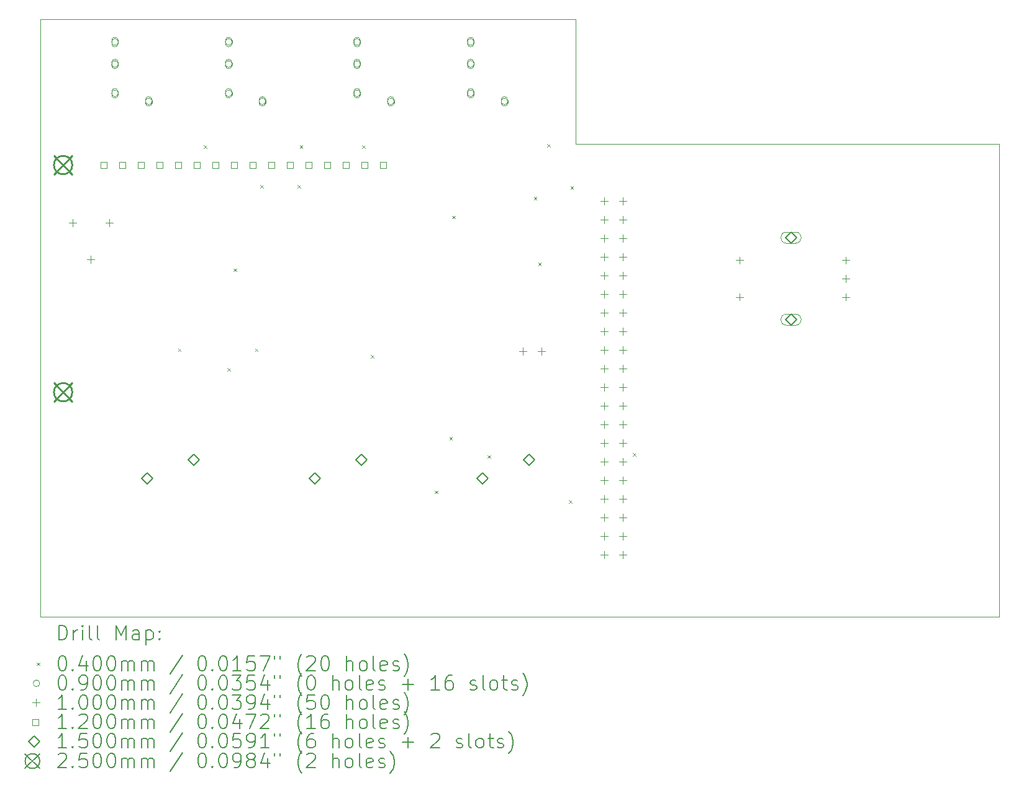
<source format=gbr>
%TF.GenerationSoftware,KiCad,Pcbnew,8.0.1*%
%TF.CreationDate,2025-03-29T00:02:54-06:00*%
%TF.ProjectId,minidexed,6d696e69-6465-4786-9564-2e6b69636164,rev?*%
%TF.SameCoordinates,Original*%
%TF.FileFunction,Drillmap*%
%TF.FilePolarity,Positive*%
%FSLAX45Y45*%
G04 Gerber Fmt 4.5, Leading zero omitted, Abs format (unit mm)*
G04 Created by KiCad (PCBNEW 8.0.1) date 2025-03-29 00:02:54*
%MOMM*%
%LPD*%
G01*
G04 APERTURE LIST*
%ADD10C,0.100000*%
%ADD11C,0.200000*%
%ADD12C,0.120000*%
%ADD13C,0.150000*%
%ADD14C,0.250000*%
G04 APERTURE END LIST*
D10*
X22525000Y-7600000D02*
X22525000Y-14050000D01*
X9450000Y-14050000D02*
X9450000Y-5900000D01*
X16750000Y-7600000D02*
X22525000Y-7600000D01*
X22525000Y-14050000D02*
X9450000Y-14050000D01*
X9450000Y-5900000D02*
X16750000Y-5900000D01*
X16750000Y-5900000D02*
X16750000Y-7600000D01*
D11*
D10*
X11330000Y-10390000D02*
X11370000Y-10430000D01*
X11370000Y-10390000D02*
X11330000Y-10430000D01*
X11680000Y-7620000D02*
X11720000Y-7660000D01*
X11720000Y-7620000D02*
X11680000Y-7660000D01*
X12000000Y-10660000D02*
X12040000Y-10700000D01*
X12040000Y-10660000D02*
X12000000Y-10700000D01*
X12090000Y-9300000D02*
X12130000Y-9340000D01*
X12130000Y-9300000D02*
X12090000Y-9340000D01*
X12380000Y-10390000D02*
X12420000Y-10430000D01*
X12420000Y-10390000D02*
X12380000Y-10430000D01*
X12450000Y-8160000D02*
X12490000Y-8200000D01*
X12490000Y-8160000D02*
X12450000Y-8200000D01*
X12960000Y-8160000D02*
X13000000Y-8200000D01*
X13000000Y-8160000D02*
X12960000Y-8200000D01*
X12990000Y-7620000D02*
X13030000Y-7660000D01*
X13030000Y-7620000D02*
X12990000Y-7660000D01*
X13840000Y-7620000D02*
X13880000Y-7660000D01*
X13880000Y-7620000D02*
X13840000Y-7660000D01*
X13960000Y-10480000D02*
X14000000Y-10520000D01*
X14000000Y-10480000D02*
X13960000Y-10520000D01*
X14830000Y-12330000D02*
X14870000Y-12370000D01*
X14870000Y-12330000D02*
X14830000Y-12370000D01*
X15030000Y-11600000D02*
X15070000Y-11640000D01*
X15070000Y-11600000D02*
X15030000Y-11640000D01*
X15070000Y-8580000D02*
X15110000Y-8620000D01*
X15110000Y-8580000D02*
X15070000Y-8620000D01*
X15550000Y-11847350D02*
X15590000Y-11887350D01*
X15590000Y-11847350D02*
X15550000Y-11887350D01*
X16180000Y-8320000D02*
X16220000Y-8360000D01*
X16220000Y-8320000D02*
X16180000Y-8360000D01*
X16240000Y-9220000D02*
X16280000Y-9260000D01*
X16280000Y-9220000D02*
X16240000Y-9260000D01*
X16360000Y-7600000D02*
X16400000Y-7640000D01*
X16400000Y-7600000D02*
X16360000Y-7640000D01*
X16660000Y-12460000D02*
X16700000Y-12500000D01*
X16700000Y-12460000D02*
X16660000Y-12500000D01*
X16680000Y-8180000D02*
X16720000Y-8220000D01*
X16720000Y-8180000D02*
X16680000Y-8220000D01*
X17530000Y-11820000D02*
X17570000Y-11860000D01*
X17570000Y-11820000D02*
X17530000Y-11860000D01*
X10515000Y-6208750D02*
G75*
G02*
X10425000Y-6208750I-45000J0D01*
G01*
X10425000Y-6208750D02*
G75*
G02*
X10515000Y-6208750I45000J0D01*
G01*
X10515000Y-6228750D02*
X10515000Y-6188750D01*
X10425000Y-6188750D02*
G75*
G02*
X10515000Y-6188750I45000J0D01*
G01*
X10425000Y-6188750D02*
X10425000Y-6228750D01*
X10425000Y-6228750D02*
G75*
G03*
X10515000Y-6228750I45000J0D01*
G01*
X10515000Y-6508750D02*
G75*
G02*
X10425000Y-6508750I-45000J0D01*
G01*
X10425000Y-6508750D02*
G75*
G02*
X10515000Y-6508750I45000J0D01*
G01*
X10515000Y-6528750D02*
X10515000Y-6488750D01*
X10425000Y-6488750D02*
G75*
G02*
X10515000Y-6488750I45000J0D01*
G01*
X10425000Y-6488750D02*
X10425000Y-6528750D01*
X10425000Y-6528750D02*
G75*
G03*
X10515000Y-6528750I45000J0D01*
G01*
X10515000Y-6908750D02*
G75*
G02*
X10425000Y-6908750I-45000J0D01*
G01*
X10425000Y-6908750D02*
G75*
G02*
X10515000Y-6908750I45000J0D01*
G01*
X10515000Y-6928750D02*
X10515000Y-6888750D01*
X10425000Y-6888750D02*
G75*
G02*
X10515000Y-6888750I45000J0D01*
G01*
X10425000Y-6888750D02*
X10425000Y-6928750D01*
X10425000Y-6928750D02*
G75*
G03*
X10515000Y-6928750I45000J0D01*
G01*
X10975000Y-7018750D02*
G75*
G02*
X10885000Y-7018750I-45000J0D01*
G01*
X10885000Y-7018750D02*
G75*
G02*
X10975000Y-7018750I45000J0D01*
G01*
X10975000Y-7038750D02*
X10975000Y-6998750D01*
X10885000Y-6998750D02*
G75*
G02*
X10975000Y-6998750I45000J0D01*
G01*
X10885000Y-6998750D02*
X10885000Y-7038750D01*
X10885000Y-7038750D02*
G75*
G03*
X10975000Y-7038750I45000J0D01*
G01*
X12065000Y-6208750D02*
G75*
G02*
X11975000Y-6208750I-45000J0D01*
G01*
X11975000Y-6208750D02*
G75*
G02*
X12065000Y-6208750I45000J0D01*
G01*
X12065000Y-6228750D02*
X12065000Y-6188750D01*
X11975000Y-6188750D02*
G75*
G02*
X12065000Y-6188750I45000J0D01*
G01*
X11975000Y-6188750D02*
X11975000Y-6228750D01*
X11975000Y-6228750D02*
G75*
G03*
X12065000Y-6228750I45000J0D01*
G01*
X12065000Y-6508750D02*
G75*
G02*
X11975000Y-6508750I-45000J0D01*
G01*
X11975000Y-6508750D02*
G75*
G02*
X12065000Y-6508750I45000J0D01*
G01*
X12065000Y-6528750D02*
X12065000Y-6488750D01*
X11975000Y-6488750D02*
G75*
G02*
X12065000Y-6488750I45000J0D01*
G01*
X11975000Y-6488750D02*
X11975000Y-6528750D01*
X11975000Y-6528750D02*
G75*
G03*
X12065000Y-6528750I45000J0D01*
G01*
X12065000Y-6908750D02*
G75*
G02*
X11975000Y-6908750I-45000J0D01*
G01*
X11975000Y-6908750D02*
G75*
G02*
X12065000Y-6908750I45000J0D01*
G01*
X12065000Y-6928750D02*
X12065000Y-6888750D01*
X11975000Y-6888750D02*
G75*
G02*
X12065000Y-6888750I45000J0D01*
G01*
X11975000Y-6888750D02*
X11975000Y-6928750D01*
X11975000Y-6928750D02*
G75*
G03*
X12065000Y-6928750I45000J0D01*
G01*
X12525000Y-7018750D02*
G75*
G02*
X12435000Y-7018750I-45000J0D01*
G01*
X12435000Y-7018750D02*
G75*
G02*
X12525000Y-7018750I45000J0D01*
G01*
X12525000Y-7038750D02*
X12525000Y-6998750D01*
X12435000Y-6998750D02*
G75*
G02*
X12525000Y-6998750I45000J0D01*
G01*
X12435000Y-6998750D02*
X12435000Y-7038750D01*
X12435000Y-7038750D02*
G75*
G03*
X12525000Y-7038750I45000J0D01*
G01*
X13815000Y-6208750D02*
G75*
G02*
X13725000Y-6208750I-45000J0D01*
G01*
X13725000Y-6208750D02*
G75*
G02*
X13815000Y-6208750I45000J0D01*
G01*
X13815000Y-6228750D02*
X13815000Y-6188750D01*
X13725000Y-6188750D02*
G75*
G02*
X13815000Y-6188750I45000J0D01*
G01*
X13725000Y-6188750D02*
X13725000Y-6228750D01*
X13725000Y-6228750D02*
G75*
G03*
X13815000Y-6228750I45000J0D01*
G01*
X13815000Y-6508750D02*
G75*
G02*
X13725000Y-6508750I-45000J0D01*
G01*
X13725000Y-6508750D02*
G75*
G02*
X13815000Y-6508750I45000J0D01*
G01*
X13815000Y-6528750D02*
X13815000Y-6488750D01*
X13725000Y-6488750D02*
G75*
G02*
X13815000Y-6488750I45000J0D01*
G01*
X13725000Y-6488750D02*
X13725000Y-6528750D01*
X13725000Y-6528750D02*
G75*
G03*
X13815000Y-6528750I45000J0D01*
G01*
X13815000Y-6908750D02*
G75*
G02*
X13725000Y-6908750I-45000J0D01*
G01*
X13725000Y-6908750D02*
G75*
G02*
X13815000Y-6908750I45000J0D01*
G01*
X13815000Y-6928750D02*
X13815000Y-6888750D01*
X13725000Y-6888750D02*
G75*
G02*
X13815000Y-6888750I45000J0D01*
G01*
X13725000Y-6888750D02*
X13725000Y-6928750D01*
X13725000Y-6928750D02*
G75*
G03*
X13815000Y-6928750I45000J0D01*
G01*
X14275000Y-7018750D02*
G75*
G02*
X14185000Y-7018750I-45000J0D01*
G01*
X14185000Y-7018750D02*
G75*
G02*
X14275000Y-7018750I45000J0D01*
G01*
X14275000Y-7038750D02*
X14275000Y-6998750D01*
X14185000Y-6998750D02*
G75*
G02*
X14275000Y-6998750I45000J0D01*
G01*
X14185000Y-6998750D02*
X14185000Y-7038750D01*
X14185000Y-7038750D02*
G75*
G03*
X14275000Y-7038750I45000J0D01*
G01*
X15365000Y-6208750D02*
G75*
G02*
X15275000Y-6208750I-45000J0D01*
G01*
X15275000Y-6208750D02*
G75*
G02*
X15365000Y-6208750I45000J0D01*
G01*
X15365000Y-6228750D02*
X15365000Y-6188750D01*
X15275000Y-6188750D02*
G75*
G02*
X15365000Y-6188750I45000J0D01*
G01*
X15275000Y-6188750D02*
X15275000Y-6228750D01*
X15275000Y-6228750D02*
G75*
G03*
X15365000Y-6228750I45000J0D01*
G01*
X15365000Y-6508750D02*
G75*
G02*
X15275000Y-6508750I-45000J0D01*
G01*
X15275000Y-6508750D02*
G75*
G02*
X15365000Y-6508750I45000J0D01*
G01*
X15365000Y-6528750D02*
X15365000Y-6488750D01*
X15275000Y-6488750D02*
G75*
G02*
X15365000Y-6488750I45000J0D01*
G01*
X15275000Y-6488750D02*
X15275000Y-6528750D01*
X15275000Y-6528750D02*
G75*
G03*
X15365000Y-6528750I45000J0D01*
G01*
X15365000Y-6908750D02*
G75*
G02*
X15275000Y-6908750I-45000J0D01*
G01*
X15275000Y-6908750D02*
G75*
G02*
X15365000Y-6908750I45000J0D01*
G01*
X15365000Y-6928750D02*
X15365000Y-6888750D01*
X15275000Y-6888750D02*
G75*
G02*
X15365000Y-6888750I45000J0D01*
G01*
X15275000Y-6888750D02*
X15275000Y-6928750D01*
X15275000Y-6928750D02*
G75*
G03*
X15365000Y-6928750I45000J0D01*
G01*
X15825000Y-7018750D02*
G75*
G02*
X15735000Y-7018750I-45000J0D01*
G01*
X15735000Y-7018750D02*
G75*
G02*
X15825000Y-7018750I45000J0D01*
G01*
X15825000Y-7038750D02*
X15825000Y-6998750D01*
X15735000Y-6998750D02*
G75*
G02*
X15825000Y-6998750I45000J0D01*
G01*
X15735000Y-6998750D02*
X15735000Y-7038750D01*
X15735000Y-7038750D02*
G75*
G03*
X15825000Y-7038750I45000J0D01*
G01*
X9890000Y-8626000D02*
X9890000Y-8726000D01*
X9840000Y-8676000D02*
X9940000Y-8676000D01*
X10140000Y-9126000D02*
X10140000Y-9226000D01*
X10090000Y-9176000D02*
X10190000Y-9176000D01*
X10390000Y-8626000D02*
X10390000Y-8726000D01*
X10340000Y-8676000D02*
X10440000Y-8676000D01*
X16032500Y-10380000D02*
X16032500Y-10480000D01*
X15982500Y-10430000D02*
X16082500Y-10430000D01*
X16286500Y-10380000D02*
X16286500Y-10480000D01*
X16236500Y-10430000D02*
X16336500Y-10430000D01*
X17137840Y-8328240D02*
X17137840Y-8428240D01*
X17087840Y-8378240D02*
X17187840Y-8378240D01*
X17137840Y-8582240D02*
X17137840Y-8682240D01*
X17087840Y-8632240D02*
X17187840Y-8632240D01*
X17137840Y-8836240D02*
X17137840Y-8936240D01*
X17087840Y-8886240D02*
X17187840Y-8886240D01*
X17137840Y-9090240D02*
X17137840Y-9190240D01*
X17087840Y-9140240D02*
X17187840Y-9140240D01*
X17137840Y-9344240D02*
X17137840Y-9444240D01*
X17087840Y-9394240D02*
X17187840Y-9394240D01*
X17137840Y-9598240D02*
X17137840Y-9698240D01*
X17087840Y-9648240D02*
X17187840Y-9648240D01*
X17137840Y-9852240D02*
X17137840Y-9952240D01*
X17087840Y-9902240D02*
X17187840Y-9902240D01*
X17137840Y-10106240D02*
X17137840Y-10206240D01*
X17087840Y-10156240D02*
X17187840Y-10156240D01*
X17137840Y-10360240D02*
X17137840Y-10460240D01*
X17087840Y-10410240D02*
X17187840Y-10410240D01*
X17137840Y-10614240D02*
X17137840Y-10714240D01*
X17087840Y-10664240D02*
X17187840Y-10664240D01*
X17137840Y-10868240D02*
X17137840Y-10968240D01*
X17087840Y-10918240D02*
X17187840Y-10918240D01*
X17137840Y-11122240D02*
X17137840Y-11222240D01*
X17087840Y-11172240D02*
X17187840Y-11172240D01*
X17137840Y-11376240D02*
X17137840Y-11476240D01*
X17087840Y-11426240D02*
X17187840Y-11426240D01*
X17137840Y-11630240D02*
X17137840Y-11730240D01*
X17087840Y-11680240D02*
X17187840Y-11680240D01*
X17137840Y-11884240D02*
X17137840Y-11984240D01*
X17087840Y-11934240D02*
X17187840Y-11934240D01*
X17137840Y-12138240D02*
X17137840Y-12238240D01*
X17087840Y-12188240D02*
X17187840Y-12188240D01*
X17137840Y-12392240D02*
X17137840Y-12492240D01*
X17087840Y-12442240D02*
X17187840Y-12442240D01*
X17137840Y-12646240D02*
X17137840Y-12746240D01*
X17087840Y-12696240D02*
X17187840Y-12696240D01*
X17137840Y-12900240D02*
X17137840Y-13000240D01*
X17087840Y-12950240D02*
X17187840Y-12950240D01*
X17137840Y-13154240D02*
X17137840Y-13254240D01*
X17087840Y-13204240D02*
X17187840Y-13204240D01*
X17391840Y-8328240D02*
X17391840Y-8428240D01*
X17341840Y-8378240D02*
X17441840Y-8378240D01*
X17391840Y-8582240D02*
X17391840Y-8682240D01*
X17341840Y-8632240D02*
X17441840Y-8632240D01*
X17391840Y-8836240D02*
X17391840Y-8936240D01*
X17341840Y-8886240D02*
X17441840Y-8886240D01*
X17391840Y-9090240D02*
X17391840Y-9190240D01*
X17341840Y-9140240D02*
X17441840Y-9140240D01*
X17391840Y-9344240D02*
X17391840Y-9444240D01*
X17341840Y-9394240D02*
X17441840Y-9394240D01*
X17391840Y-9598240D02*
X17391840Y-9698240D01*
X17341840Y-9648240D02*
X17441840Y-9648240D01*
X17391840Y-9852240D02*
X17391840Y-9952240D01*
X17341840Y-9902240D02*
X17441840Y-9902240D01*
X17391840Y-10106240D02*
X17391840Y-10206240D01*
X17341840Y-10156240D02*
X17441840Y-10156240D01*
X17391840Y-10360240D02*
X17391840Y-10460240D01*
X17341840Y-10410240D02*
X17441840Y-10410240D01*
X17391840Y-10614240D02*
X17391840Y-10714240D01*
X17341840Y-10664240D02*
X17441840Y-10664240D01*
X17391840Y-10868240D02*
X17391840Y-10968240D01*
X17341840Y-10918240D02*
X17441840Y-10918240D01*
X17391840Y-11122240D02*
X17391840Y-11222240D01*
X17341840Y-11172240D02*
X17441840Y-11172240D01*
X17391840Y-11376240D02*
X17391840Y-11476240D01*
X17341840Y-11426240D02*
X17441840Y-11426240D01*
X17391840Y-11630240D02*
X17391840Y-11730240D01*
X17341840Y-11680240D02*
X17441840Y-11680240D01*
X17391840Y-11884240D02*
X17391840Y-11984240D01*
X17341840Y-11934240D02*
X17441840Y-11934240D01*
X17391840Y-12138240D02*
X17391840Y-12238240D01*
X17341840Y-12188240D02*
X17441840Y-12188240D01*
X17391840Y-12392240D02*
X17391840Y-12492240D01*
X17341840Y-12442240D02*
X17441840Y-12442240D01*
X17391840Y-12646240D02*
X17391840Y-12746240D01*
X17341840Y-12696240D02*
X17441840Y-12696240D01*
X17391840Y-12900240D02*
X17391840Y-13000240D01*
X17341840Y-12950240D02*
X17441840Y-12950240D01*
X17391840Y-13154240D02*
X17391840Y-13254240D01*
X17341840Y-13204240D02*
X17441840Y-13204240D01*
X18986840Y-9137650D02*
X18986840Y-9237650D01*
X18936840Y-9187650D02*
X19036840Y-9187650D01*
X18986840Y-9637650D02*
X18986840Y-9737650D01*
X18936840Y-9687650D02*
X19036840Y-9687650D01*
X20436840Y-9137650D02*
X20436840Y-9237650D01*
X20386840Y-9187650D02*
X20486840Y-9187650D01*
X20436840Y-9387650D02*
X20436840Y-9487650D01*
X20386840Y-9437650D02*
X20486840Y-9437650D01*
X20436840Y-9637650D02*
X20436840Y-9737650D01*
X20386840Y-9687650D02*
X20486840Y-9687650D01*
D12*
X10355227Y-7930077D02*
X10355227Y-7845223D01*
X10270373Y-7845223D01*
X10270373Y-7930077D01*
X10355227Y-7930077D01*
X10609227Y-7930077D02*
X10609227Y-7845223D01*
X10524373Y-7845223D01*
X10524373Y-7930077D01*
X10609227Y-7930077D01*
X10863227Y-7930077D02*
X10863227Y-7845223D01*
X10778373Y-7845223D01*
X10778373Y-7930077D01*
X10863227Y-7930077D01*
X11117227Y-7930077D02*
X11117227Y-7845223D01*
X11032373Y-7845223D01*
X11032373Y-7930077D01*
X11117227Y-7930077D01*
X11371227Y-7930077D02*
X11371227Y-7845223D01*
X11286373Y-7845223D01*
X11286373Y-7930077D01*
X11371227Y-7930077D01*
X11625227Y-7930077D02*
X11625227Y-7845223D01*
X11540373Y-7845223D01*
X11540373Y-7930077D01*
X11625227Y-7930077D01*
X11879227Y-7930077D02*
X11879227Y-7845223D01*
X11794373Y-7845223D01*
X11794373Y-7930077D01*
X11879227Y-7930077D01*
X12133227Y-7930077D02*
X12133227Y-7845223D01*
X12048373Y-7845223D01*
X12048373Y-7930077D01*
X12133227Y-7930077D01*
X12387227Y-7930077D02*
X12387227Y-7845223D01*
X12302373Y-7845223D01*
X12302373Y-7930077D01*
X12387227Y-7930077D01*
X12641227Y-7930077D02*
X12641227Y-7845223D01*
X12556373Y-7845223D01*
X12556373Y-7930077D01*
X12641227Y-7930077D01*
X12895227Y-7930077D02*
X12895227Y-7845223D01*
X12810373Y-7845223D01*
X12810373Y-7930077D01*
X12895227Y-7930077D01*
X13149227Y-7930077D02*
X13149227Y-7845223D01*
X13064373Y-7845223D01*
X13064373Y-7930077D01*
X13149227Y-7930077D01*
X13403227Y-7930077D02*
X13403227Y-7845223D01*
X13318373Y-7845223D01*
X13318373Y-7930077D01*
X13403227Y-7930077D01*
X13657227Y-7930077D02*
X13657227Y-7845223D01*
X13572373Y-7845223D01*
X13572373Y-7930077D01*
X13657227Y-7930077D01*
X13911227Y-7930077D02*
X13911227Y-7845223D01*
X13826373Y-7845223D01*
X13826373Y-7930077D01*
X13911227Y-7930077D01*
X14165227Y-7930077D02*
X14165227Y-7845223D01*
X14080373Y-7845223D01*
X14080373Y-7930077D01*
X14165227Y-7930077D01*
D13*
X10909000Y-12241000D02*
X10984000Y-12166000D01*
X10909000Y-12091000D01*
X10834000Y-12166000D01*
X10909000Y-12241000D01*
X11544000Y-11987000D02*
X11619000Y-11912000D01*
X11544000Y-11837000D01*
X11469000Y-11912000D01*
X11544000Y-11987000D01*
X13194000Y-12241000D02*
X13269000Y-12166000D01*
X13194000Y-12091000D01*
X13119000Y-12166000D01*
X13194000Y-12241000D01*
X13829000Y-11987000D02*
X13904000Y-11912000D01*
X13829000Y-11837000D01*
X13754000Y-11912000D01*
X13829000Y-11987000D01*
X15479000Y-12241000D02*
X15554000Y-12166000D01*
X15479000Y-12091000D01*
X15404000Y-12166000D01*
X15479000Y-12241000D01*
X16114000Y-11987000D02*
X16189000Y-11912000D01*
X16114000Y-11837000D01*
X16039000Y-11912000D01*
X16114000Y-11987000D01*
X19686840Y-8952650D02*
X19761840Y-8877650D01*
X19686840Y-8802650D01*
X19611840Y-8877650D01*
X19686840Y-8952650D01*
D10*
X19751840Y-8802650D02*
X19621840Y-8802650D01*
X19621840Y-8952650D02*
G75*
G02*
X19621840Y-8802650I0J75000D01*
G01*
X19621840Y-8952650D02*
X19751840Y-8952650D01*
X19751840Y-8952650D02*
G75*
G03*
X19751840Y-8802650I0J75000D01*
G01*
D13*
X19686840Y-10072650D02*
X19761840Y-9997650D01*
X19686840Y-9922650D01*
X19611840Y-9997650D01*
X19686840Y-10072650D01*
D10*
X19751840Y-9922650D02*
X19621840Y-9922650D01*
X19621840Y-10072650D02*
G75*
G02*
X19621840Y-9922650I0J75000D01*
G01*
X19621840Y-10072650D02*
X19751840Y-10072650D01*
X19751840Y-10072650D02*
G75*
G03*
X19751840Y-9922650I0J75000D01*
G01*
D14*
X9637890Y-7762650D02*
X9887890Y-8012650D01*
X9887890Y-7762650D02*
X9637890Y-8012650D01*
X9887890Y-7887650D02*
G75*
G02*
X9637890Y-7887650I-125000J0D01*
G01*
X9637890Y-7887650D02*
G75*
G02*
X9887890Y-7887650I125000J0D01*
G01*
X9637890Y-10862720D02*
X9887890Y-11112720D01*
X9887890Y-10862720D02*
X9637890Y-11112720D01*
X9887890Y-10987720D02*
G75*
G02*
X9637890Y-10987720I-125000J0D01*
G01*
X9637890Y-10987720D02*
G75*
G02*
X9887890Y-10987720I125000J0D01*
G01*
D11*
X9705777Y-14366484D02*
X9705777Y-14166484D01*
X9705777Y-14166484D02*
X9753396Y-14166484D01*
X9753396Y-14166484D02*
X9781967Y-14176008D01*
X9781967Y-14176008D02*
X9801015Y-14195055D01*
X9801015Y-14195055D02*
X9810539Y-14214103D01*
X9810539Y-14214103D02*
X9820063Y-14252198D01*
X9820063Y-14252198D02*
X9820063Y-14280769D01*
X9820063Y-14280769D02*
X9810539Y-14318865D01*
X9810539Y-14318865D02*
X9801015Y-14337912D01*
X9801015Y-14337912D02*
X9781967Y-14356960D01*
X9781967Y-14356960D02*
X9753396Y-14366484D01*
X9753396Y-14366484D02*
X9705777Y-14366484D01*
X9905777Y-14366484D02*
X9905777Y-14233150D01*
X9905777Y-14271246D02*
X9915301Y-14252198D01*
X9915301Y-14252198D02*
X9924824Y-14242674D01*
X9924824Y-14242674D02*
X9943872Y-14233150D01*
X9943872Y-14233150D02*
X9962920Y-14233150D01*
X10029586Y-14366484D02*
X10029586Y-14233150D01*
X10029586Y-14166484D02*
X10020063Y-14176008D01*
X10020063Y-14176008D02*
X10029586Y-14185531D01*
X10029586Y-14185531D02*
X10039110Y-14176008D01*
X10039110Y-14176008D02*
X10029586Y-14166484D01*
X10029586Y-14166484D02*
X10029586Y-14185531D01*
X10153396Y-14366484D02*
X10134348Y-14356960D01*
X10134348Y-14356960D02*
X10124824Y-14337912D01*
X10124824Y-14337912D02*
X10124824Y-14166484D01*
X10258158Y-14366484D02*
X10239110Y-14356960D01*
X10239110Y-14356960D02*
X10229586Y-14337912D01*
X10229586Y-14337912D02*
X10229586Y-14166484D01*
X10486729Y-14366484D02*
X10486729Y-14166484D01*
X10486729Y-14166484D02*
X10553396Y-14309341D01*
X10553396Y-14309341D02*
X10620063Y-14166484D01*
X10620063Y-14166484D02*
X10620063Y-14366484D01*
X10801015Y-14366484D02*
X10801015Y-14261722D01*
X10801015Y-14261722D02*
X10791491Y-14242674D01*
X10791491Y-14242674D02*
X10772444Y-14233150D01*
X10772444Y-14233150D02*
X10734348Y-14233150D01*
X10734348Y-14233150D02*
X10715301Y-14242674D01*
X10801015Y-14356960D02*
X10781967Y-14366484D01*
X10781967Y-14366484D02*
X10734348Y-14366484D01*
X10734348Y-14366484D02*
X10715301Y-14356960D01*
X10715301Y-14356960D02*
X10705777Y-14337912D01*
X10705777Y-14337912D02*
X10705777Y-14318865D01*
X10705777Y-14318865D02*
X10715301Y-14299817D01*
X10715301Y-14299817D02*
X10734348Y-14290293D01*
X10734348Y-14290293D02*
X10781967Y-14290293D01*
X10781967Y-14290293D02*
X10801015Y-14280769D01*
X10896253Y-14233150D02*
X10896253Y-14433150D01*
X10896253Y-14242674D02*
X10915301Y-14233150D01*
X10915301Y-14233150D02*
X10953396Y-14233150D01*
X10953396Y-14233150D02*
X10972444Y-14242674D01*
X10972444Y-14242674D02*
X10981967Y-14252198D01*
X10981967Y-14252198D02*
X10991491Y-14271246D01*
X10991491Y-14271246D02*
X10991491Y-14328388D01*
X10991491Y-14328388D02*
X10981967Y-14347436D01*
X10981967Y-14347436D02*
X10972444Y-14356960D01*
X10972444Y-14356960D02*
X10953396Y-14366484D01*
X10953396Y-14366484D02*
X10915301Y-14366484D01*
X10915301Y-14366484D02*
X10896253Y-14356960D01*
X11077205Y-14347436D02*
X11086729Y-14356960D01*
X11086729Y-14356960D02*
X11077205Y-14366484D01*
X11077205Y-14366484D02*
X11067682Y-14356960D01*
X11067682Y-14356960D02*
X11077205Y-14347436D01*
X11077205Y-14347436D02*
X11077205Y-14366484D01*
X11077205Y-14242674D02*
X11086729Y-14252198D01*
X11086729Y-14252198D02*
X11077205Y-14261722D01*
X11077205Y-14261722D02*
X11067682Y-14252198D01*
X11067682Y-14252198D02*
X11077205Y-14242674D01*
X11077205Y-14242674D02*
X11077205Y-14261722D01*
D10*
X9405000Y-14675000D02*
X9445000Y-14715000D01*
X9445000Y-14675000D02*
X9405000Y-14715000D01*
D11*
X9743872Y-14586484D02*
X9762920Y-14586484D01*
X9762920Y-14586484D02*
X9781967Y-14596008D01*
X9781967Y-14596008D02*
X9791491Y-14605531D01*
X9791491Y-14605531D02*
X9801015Y-14624579D01*
X9801015Y-14624579D02*
X9810539Y-14662674D01*
X9810539Y-14662674D02*
X9810539Y-14710293D01*
X9810539Y-14710293D02*
X9801015Y-14748388D01*
X9801015Y-14748388D02*
X9791491Y-14767436D01*
X9791491Y-14767436D02*
X9781967Y-14776960D01*
X9781967Y-14776960D02*
X9762920Y-14786484D01*
X9762920Y-14786484D02*
X9743872Y-14786484D01*
X9743872Y-14786484D02*
X9724824Y-14776960D01*
X9724824Y-14776960D02*
X9715301Y-14767436D01*
X9715301Y-14767436D02*
X9705777Y-14748388D01*
X9705777Y-14748388D02*
X9696253Y-14710293D01*
X9696253Y-14710293D02*
X9696253Y-14662674D01*
X9696253Y-14662674D02*
X9705777Y-14624579D01*
X9705777Y-14624579D02*
X9715301Y-14605531D01*
X9715301Y-14605531D02*
X9724824Y-14596008D01*
X9724824Y-14596008D02*
X9743872Y-14586484D01*
X9896253Y-14767436D02*
X9905777Y-14776960D01*
X9905777Y-14776960D02*
X9896253Y-14786484D01*
X9896253Y-14786484D02*
X9886729Y-14776960D01*
X9886729Y-14776960D02*
X9896253Y-14767436D01*
X9896253Y-14767436D02*
X9896253Y-14786484D01*
X10077205Y-14653150D02*
X10077205Y-14786484D01*
X10029586Y-14576960D02*
X9981967Y-14719817D01*
X9981967Y-14719817D02*
X10105777Y-14719817D01*
X10220063Y-14586484D02*
X10239110Y-14586484D01*
X10239110Y-14586484D02*
X10258158Y-14596008D01*
X10258158Y-14596008D02*
X10267682Y-14605531D01*
X10267682Y-14605531D02*
X10277205Y-14624579D01*
X10277205Y-14624579D02*
X10286729Y-14662674D01*
X10286729Y-14662674D02*
X10286729Y-14710293D01*
X10286729Y-14710293D02*
X10277205Y-14748388D01*
X10277205Y-14748388D02*
X10267682Y-14767436D01*
X10267682Y-14767436D02*
X10258158Y-14776960D01*
X10258158Y-14776960D02*
X10239110Y-14786484D01*
X10239110Y-14786484D02*
X10220063Y-14786484D01*
X10220063Y-14786484D02*
X10201015Y-14776960D01*
X10201015Y-14776960D02*
X10191491Y-14767436D01*
X10191491Y-14767436D02*
X10181967Y-14748388D01*
X10181967Y-14748388D02*
X10172444Y-14710293D01*
X10172444Y-14710293D02*
X10172444Y-14662674D01*
X10172444Y-14662674D02*
X10181967Y-14624579D01*
X10181967Y-14624579D02*
X10191491Y-14605531D01*
X10191491Y-14605531D02*
X10201015Y-14596008D01*
X10201015Y-14596008D02*
X10220063Y-14586484D01*
X10410539Y-14586484D02*
X10429586Y-14586484D01*
X10429586Y-14586484D02*
X10448634Y-14596008D01*
X10448634Y-14596008D02*
X10458158Y-14605531D01*
X10458158Y-14605531D02*
X10467682Y-14624579D01*
X10467682Y-14624579D02*
X10477205Y-14662674D01*
X10477205Y-14662674D02*
X10477205Y-14710293D01*
X10477205Y-14710293D02*
X10467682Y-14748388D01*
X10467682Y-14748388D02*
X10458158Y-14767436D01*
X10458158Y-14767436D02*
X10448634Y-14776960D01*
X10448634Y-14776960D02*
X10429586Y-14786484D01*
X10429586Y-14786484D02*
X10410539Y-14786484D01*
X10410539Y-14786484D02*
X10391491Y-14776960D01*
X10391491Y-14776960D02*
X10381967Y-14767436D01*
X10381967Y-14767436D02*
X10372444Y-14748388D01*
X10372444Y-14748388D02*
X10362920Y-14710293D01*
X10362920Y-14710293D02*
X10362920Y-14662674D01*
X10362920Y-14662674D02*
X10372444Y-14624579D01*
X10372444Y-14624579D02*
X10381967Y-14605531D01*
X10381967Y-14605531D02*
X10391491Y-14596008D01*
X10391491Y-14596008D02*
X10410539Y-14586484D01*
X10562920Y-14786484D02*
X10562920Y-14653150D01*
X10562920Y-14672198D02*
X10572444Y-14662674D01*
X10572444Y-14662674D02*
X10591491Y-14653150D01*
X10591491Y-14653150D02*
X10620063Y-14653150D01*
X10620063Y-14653150D02*
X10639110Y-14662674D01*
X10639110Y-14662674D02*
X10648634Y-14681722D01*
X10648634Y-14681722D02*
X10648634Y-14786484D01*
X10648634Y-14681722D02*
X10658158Y-14662674D01*
X10658158Y-14662674D02*
X10677205Y-14653150D01*
X10677205Y-14653150D02*
X10705777Y-14653150D01*
X10705777Y-14653150D02*
X10724825Y-14662674D01*
X10724825Y-14662674D02*
X10734348Y-14681722D01*
X10734348Y-14681722D02*
X10734348Y-14786484D01*
X10829586Y-14786484D02*
X10829586Y-14653150D01*
X10829586Y-14672198D02*
X10839110Y-14662674D01*
X10839110Y-14662674D02*
X10858158Y-14653150D01*
X10858158Y-14653150D02*
X10886729Y-14653150D01*
X10886729Y-14653150D02*
X10905777Y-14662674D01*
X10905777Y-14662674D02*
X10915301Y-14681722D01*
X10915301Y-14681722D02*
X10915301Y-14786484D01*
X10915301Y-14681722D02*
X10924825Y-14662674D01*
X10924825Y-14662674D02*
X10943872Y-14653150D01*
X10943872Y-14653150D02*
X10972444Y-14653150D01*
X10972444Y-14653150D02*
X10991491Y-14662674D01*
X10991491Y-14662674D02*
X11001015Y-14681722D01*
X11001015Y-14681722D02*
X11001015Y-14786484D01*
X11391491Y-14576960D02*
X11220063Y-14834103D01*
X11648634Y-14586484D02*
X11667682Y-14586484D01*
X11667682Y-14586484D02*
X11686729Y-14596008D01*
X11686729Y-14596008D02*
X11696253Y-14605531D01*
X11696253Y-14605531D02*
X11705777Y-14624579D01*
X11705777Y-14624579D02*
X11715301Y-14662674D01*
X11715301Y-14662674D02*
X11715301Y-14710293D01*
X11715301Y-14710293D02*
X11705777Y-14748388D01*
X11705777Y-14748388D02*
X11696253Y-14767436D01*
X11696253Y-14767436D02*
X11686729Y-14776960D01*
X11686729Y-14776960D02*
X11667682Y-14786484D01*
X11667682Y-14786484D02*
X11648634Y-14786484D01*
X11648634Y-14786484D02*
X11629586Y-14776960D01*
X11629586Y-14776960D02*
X11620063Y-14767436D01*
X11620063Y-14767436D02*
X11610539Y-14748388D01*
X11610539Y-14748388D02*
X11601015Y-14710293D01*
X11601015Y-14710293D02*
X11601015Y-14662674D01*
X11601015Y-14662674D02*
X11610539Y-14624579D01*
X11610539Y-14624579D02*
X11620063Y-14605531D01*
X11620063Y-14605531D02*
X11629586Y-14596008D01*
X11629586Y-14596008D02*
X11648634Y-14586484D01*
X11801015Y-14767436D02*
X11810539Y-14776960D01*
X11810539Y-14776960D02*
X11801015Y-14786484D01*
X11801015Y-14786484D02*
X11791491Y-14776960D01*
X11791491Y-14776960D02*
X11801015Y-14767436D01*
X11801015Y-14767436D02*
X11801015Y-14786484D01*
X11934348Y-14586484D02*
X11953396Y-14586484D01*
X11953396Y-14586484D02*
X11972444Y-14596008D01*
X11972444Y-14596008D02*
X11981967Y-14605531D01*
X11981967Y-14605531D02*
X11991491Y-14624579D01*
X11991491Y-14624579D02*
X12001015Y-14662674D01*
X12001015Y-14662674D02*
X12001015Y-14710293D01*
X12001015Y-14710293D02*
X11991491Y-14748388D01*
X11991491Y-14748388D02*
X11981967Y-14767436D01*
X11981967Y-14767436D02*
X11972444Y-14776960D01*
X11972444Y-14776960D02*
X11953396Y-14786484D01*
X11953396Y-14786484D02*
X11934348Y-14786484D01*
X11934348Y-14786484D02*
X11915301Y-14776960D01*
X11915301Y-14776960D02*
X11905777Y-14767436D01*
X11905777Y-14767436D02*
X11896253Y-14748388D01*
X11896253Y-14748388D02*
X11886729Y-14710293D01*
X11886729Y-14710293D02*
X11886729Y-14662674D01*
X11886729Y-14662674D02*
X11896253Y-14624579D01*
X11896253Y-14624579D02*
X11905777Y-14605531D01*
X11905777Y-14605531D02*
X11915301Y-14596008D01*
X11915301Y-14596008D02*
X11934348Y-14586484D01*
X12191491Y-14786484D02*
X12077206Y-14786484D01*
X12134348Y-14786484D02*
X12134348Y-14586484D01*
X12134348Y-14586484D02*
X12115301Y-14615055D01*
X12115301Y-14615055D02*
X12096253Y-14634103D01*
X12096253Y-14634103D02*
X12077206Y-14643627D01*
X12372444Y-14586484D02*
X12277206Y-14586484D01*
X12277206Y-14586484D02*
X12267682Y-14681722D01*
X12267682Y-14681722D02*
X12277206Y-14672198D01*
X12277206Y-14672198D02*
X12296253Y-14662674D01*
X12296253Y-14662674D02*
X12343872Y-14662674D01*
X12343872Y-14662674D02*
X12362920Y-14672198D01*
X12362920Y-14672198D02*
X12372444Y-14681722D01*
X12372444Y-14681722D02*
X12381967Y-14700769D01*
X12381967Y-14700769D02*
X12381967Y-14748388D01*
X12381967Y-14748388D02*
X12372444Y-14767436D01*
X12372444Y-14767436D02*
X12362920Y-14776960D01*
X12362920Y-14776960D02*
X12343872Y-14786484D01*
X12343872Y-14786484D02*
X12296253Y-14786484D01*
X12296253Y-14786484D02*
X12277206Y-14776960D01*
X12277206Y-14776960D02*
X12267682Y-14767436D01*
X12448634Y-14586484D02*
X12581967Y-14586484D01*
X12581967Y-14586484D02*
X12496253Y-14786484D01*
X12648634Y-14586484D02*
X12648634Y-14624579D01*
X12724825Y-14586484D02*
X12724825Y-14624579D01*
X13020063Y-14862674D02*
X13010539Y-14853150D01*
X13010539Y-14853150D02*
X12991491Y-14824579D01*
X12991491Y-14824579D02*
X12981968Y-14805531D01*
X12981968Y-14805531D02*
X12972444Y-14776960D01*
X12972444Y-14776960D02*
X12962920Y-14729341D01*
X12962920Y-14729341D02*
X12962920Y-14691246D01*
X12962920Y-14691246D02*
X12972444Y-14643627D01*
X12972444Y-14643627D02*
X12981968Y-14615055D01*
X12981968Y-14615055D02*
X12991491Y-14596008D01*
X12991491Y-14596008D02*
X13010539Y-14567436D01*
X13010539Y-14567436D02*
X13020063Y-14557912D01*
X13086729Y-14605531D02*
X13096253Y-14596008D01*
X13096253Y-14596008D02*
X13115301Y-14586484D01*
X13115301Y-14586484D02*
X13162920Y-14586484D01*
X13162920Y-14586484D02*
X13181968Y-14596008D01*
X13181968Y-14596008D02*
X13191491Y-14605531D01*
X13191491Y-14605531D02*
X13201015Y-14624579D01*
X13201015Y-14624579D02*
X13201015Y-14643627D01*
X13201015Y-14643627D02*
X13191491Y-14672198D01*
X13191491Y-14672198D02*
X13077206Y-14786484D01*
X13077206Y-14786484D02*
X13201015Y-14786484D01*
X13324825Y-14586484D02*
X13343872Y-14586484D01*
X13343872Y-14586484D02*
X13362920Y-14596008D01*
X13362920Y-14596008D02*
X13372444Y-14605531D01*
X13372444Y-14605531D02*
X13381968Y-14624579D01*
X13381968Y-14624579D02*
X13391491Y-14662674D01*
X13391491Y-14662674D02*
X13391491Y-14710293D01*
X13391491Y-14710293D02*
X13381968Y-14748388D01*
X13381968Y-14748388D02*
X13372444Y-14767436D01*
X13372444Y-14767436D02*
X13362920Y-14776960D01*
X13362920Y-14776960D02*
X13343872Y-14786484D01*
X13343872Y-14786484D02*
X13324825Y-14786484D01*
X13324825Y-14786484D02*
X13305777Y-14776960D01*
X13305777Y-14776960D02*
X13296253Y-14767436D01*
X13296253Y-14767436D02*
X13286729Y-14748388D01*
X13286729Y-14748388D02*
X13277206Y-14710293D01*
X13277206Y-14710293D02*
X13277206Y-14662674D01*
X13277206Y-14662674D02*
X13286729Y-14624579D01*
X13286729Y-14624579D02*
X13296253Y-14605531D01*
X13296253Y-14605531D02*
X13305777Y-14596008D01*
X13305777Y-14596008D02*
X13324825Y-14586484D01*
X13629587Y-14786484D02*
X13629587Y-14586484D01*
X13715301Y-14786484D02*
X13715301Y-14681722D01*
X13715301Y-14681722D02*
X13705777Y-14662674D01*
X13705777Y-14662674D02*
X13686730Y-14653150D01*
X13686730Y-14653150D02*
X13658158Y-14653150D01*
X13658158Y-14653150D02*
X13639110Y-14662674D01*
X13639110Y-14662674D02*
X13629587Y-14672198D01*
X13839110Y-14786484D02*
X13820063Y-14776960D01*
X13820063Y-14776960D02*
X13810539Y-14767436D01*
X13810539Y-14767436D02*
X13801015Y-14748388D01*
X13801015Y-14748388D02*
X13801015Y-14691246D01*
X13801015Y-14691246D02*
X13810539Y-14672198D01*
X13810539Y-14672198D02*
X13820063Y-14662674D01*
X13820063Y-14662674D02*
X13839110Y-14653150D01*
X13839110Y-14653150D02*
X13867682Y-14653150D01*
X13867682Y-14653150D02*
X13886730Y-14662674D01*
X13886730Y-14662674D02*
X13896253Y-14672198D01*
X13896253Y-14672198D02*
X13905777Y-14691246D01*
X13905777Y-14691246D02*
X13905777Y-14748388D01*
X13905777Y-14748388D02*
X13896253Y-14767436D01*
X13896253Y-14767436D02*
X13886730Y-14776960D01*
X13886730Y-14776960D02*
X13867682Y-14786484D01*
X13867682Y-14786484D02*
X13839110Y-14786484D01*
X14020063Y-14786484D02*
X14001015Y-14776960D01*
X14001015Y-14776960D02*
X13991491Y-14757912D01*
X13991491Y-14757912D02*
X13991491Y-14586484D01*
X14172444Y-14776960D02*
X14153396Y-14786484D01*
X14153396Y-14786484D02*
X14115301Y-14786484D01*
X14115301Y-14786484D02*
X14096253Y-14776960D01*
X14096253Y-14776960D02*
X14086730Y-14757912D01*
X14086730Y-14757912D02*
X14086730Y-14681722D01*
X14086730Y-14681722D02*
X14096253Y-14662674D01*
X14096253Y-14662674D02*
X14115301Y-14653150D01*
X14115301Y-14653150D02*
X14153396Y-14653150D01*
X14153396Y-14653150D02*
X14172444Y-14662674D01*
X14172444Y-14662674D02*
X14181968Y-14681722D01*
X14181968Y-14681722D02*
X14181968Y-14700769D01*
X14181968Y-14700769D02*
X14086730Y-14719817D01*
X14258158Y-14776960D02*
X14277206Y-14786484D01*
X14277206Y-14786484D02*
X14315301Y-14786484D01*
X14315301Y-14786484D02*
X14334349Y-14776960D01*
X14334349Y-14776960D02*
X14343872Y-14757912D01*
X14343872Y-14757912D02*
X14343872Y-14748388D01*
X14343872Y-14748388D02*
X14334349Y-14729341D01*
X14334349Y-14729341D02*
X14315301Y-14719817D01*
X14315301Y-14719817D02*
X14286730Y-14719817D01*
X14286730Y-14719817D02*
X14267682Y-14710293D01*
X14267682Y-14710293D02*
X14258158Y-14691246D01*
X14258158Y-14691246D02*
X14258158Y-14681722D01*
X14258158Y-14681722D02*
X14267682Y-14662674D01*
X14267682Y-14662674D02*
X14286730Y-14653150D01*
X14286730Y-14653150D02*
X14315301Y-14653150D01*
X14315301Y-14653150D02*
X14334349Y-14662674D01*
X14410539Y-14862674D02*
X14420063Y-14853150D01*
X14420063Y-14853150D02*
X14439111Y-14824579D01*
X14439111Y-14824579D02*
X14448634Y-14805531D01*
X14448634Y-14805531D02*
X14458158Y-14776960D01*
X14458158Y-14776960D02*
X14467682Y-14729341D01*
X14467682Y-14729341D02*
X14467682Y-14691246D01*
X14467682Y-14691246D02*
X14458158Y-14643627D01*
X14458158Y-14643627D02*
X14448634Y-14615055D01*
X14448634Y-14615055D02*
X14439111Y-14596008D01*
X14439111Y-14596008D02*
X14420063Y-14567436D01*
X14420063Y-14567436D02*
X14410539Y-14557912D01*
D10*
X9445000Y-14959000D02*
G75*
G02*
X9355000Y-14959000I-45000J0D01*
G01*
X9355000Y-14959000D02*
G75*
G02*
X9445000Y-14959000I45000J0D01*
G01*
D11*
X9743872Y-14850484D02*
X9762920Y-14850484D01*
X9762920Y-14850484D02*
X9781967Y-14860008D01*
X9781967Y-14860008D02*
X9791491Y-14869531D01*
X9791491Y-14869531D02*
X9801015Y-14888579D01*
X9801015Y-14888579D02*
X9810539Y-14926674D01*
X9810539Y-14926674D02*
X9810539Y-14974293D01*
X9810539Y-14974293D02*
X9801015Y-15012388D01*
X9801015Y-15012388D02*
X9791491Y-15031436D01*
X9791491Y-15031436D02*
X9781967Y-15040960D01*
X9781967Y-15040960D02*
X9762920Y-15050484D01*
X9762920Y-15050484D02*
X9743872Y-15050484D01*
X9743872Y-15050484D02*
X9724824Y-15040960D01*
X9724824Y-15040960D02*
X9715301Y-15031436D01*
X9715301Y-15031436D02*
X9705777Y-15012388D01*
X9705777Y-15012388D02*
X9696253Y-14974293D01*
X9696253Y-14974293D02*
X9696253Y-14926674D01*
X9696253Y-14926674D02*
X9705777Y-14888579D01*
X9705777Y-14888579D02*
X9715301Y-14869531D01*
X9715301Y-14869531D02*
X9724824Y-14860008D01*
X9724824Y-14860008D02*
X9743872Y-14850484D01*
X9896253Y-15031436D02*
X9905777Y-15040960D01*
X9905777Y-15040960D02*
X9896253Y-15050484D01*
X9896253Y-15050484D02*
X9886729Y-15040960D01*
X9886729Y-15040960D02*
X9896253Y-15031436D01*
X9896253Y-15031436D02*
X9896253Y-15050484D01*
X10001015Y-15050484D02*
X10039110Y-15050484D01*
X10039110Y-15050484D02*
X10058158Y-15040960D01*
X10058158Y-15040960D02*
X10067682Y-15031436D01*
X10067682Y-15031436D02*
X10086729Y-15002865D01*
X10086729Y-15002865D02*
X10096253Y-14964769D01*
X10096253Y-14964769D02*
X10096253Y-14888579D01*
X10096253Y-14888579D02*
X10086729Y-14869531D01*
X10086729Y-14869531D02*
X10077205Y-14860008D01*
X10077205Y-14860008D02*
X10058158Y-14850484D01*
X10058158Y-14850484D02*
X10020063Y-14850484D01*
X10020063Y-14850484D02*
X10001015Y-14860008D01*
X10001015Y-14860008D02*
X9991491Y-14869531D01*
X9991491Y-14869531D02*
X9981967Y-14888579D01*
X9981967Y-14888579D02*
X9981967Y-14936198D01*
X9981967Y-14936198D02*
X9991491Y-14955246D01*
X9991491Y-14955246D02*
X10001015Y-14964769D01*
X10001015Y-14964769D02*
X10020063Y-14974293D01*
X10020063Y-14974293D02*
X10058158Y-14974293D01*
X10058158Y-14974293D02*
X10077205Y-14964769D01*
X10077205Y-14964769D02*
X10086729Y-14955246D01*
X10086729Y-14955246D02*
X10096253Y-14936198D01*
X10220063Y-14850484D02*
X10239110Y-14850484D01*
X10239110Y-14850484D02*
X10258158Y-14860008D01*
X10258158Y-14860008D02*
X10267682Y-14869531D01*
X10267682Y-14869531D02*
X10277205Y-14888579D01*
X10277205Y-14888579D02*
X10286729Y-14926674D01*
X10286729Y-14926674D02*
X10286729Y-14974293D01*
X10286729Y-14974293D02*
X10277205Y-15012388D01*
X10277205Y-15012388D02*
X10267682Y-15031436D01*
X10267682Y-15031436D02*
X10258158Y-15040960D01*
X10258158Y-15040960D02*
X10239110Y-15050484D01*
X10239110Y-15050484D02*
X10220063Y-15050484D01*
X10220063Y-15050484D02*
X10201015Y-15040960D01*
X10201015Y-15040960D02*
X10191491Y-15031436D01*
X10191491Y-15031436D02*
X10181967Y-15012388D01*
X10181967Y-15012388D02*
X10172444Y-14974293D01*
X10172444Y-14974293D02*
X10172444Y-14926674D01*
X10172444Y-14926674D02*
X10181967Y-14888579D01*
X10181967Y-14888579D02*
X10191491Y-14869531D01*
X10191491Y-14869531D02*
X10201015Y-14860008D01*
X10201015Y-14860008D02*
X10220063Y-14850484D01*
X10410539Y-14850484D02*
X10429586Y-14850484D01*
X10429586Y-14850484D02*
X10448634Y-14860008D01*
X10448634Y-14860008D02*
X10458158Y-14869531D01*
X10458158Y-14869531D02*
X10467682Y-14888579D01*
X10467682Y-14888579D02*
X10477205Y-14926674D01*
X10477205Y-14926674D02*
X10477205Y-14974293D01*
X10477205Y-14974293D02*
X10467682Y-15012388D01*
X10467682Y-15012388D02*
X10458158Y-15031436D01*
X10458158Y-15031436D02*
X10448634Y-15040960D01*
X10448634Y-15040960D02*
X10429586Y-15050484D01*
X10429586Y-15050484D02*
X10410539Y-15050484D01*
X10410539Y-15050484D02*
X10391491Y-15040960D01*
X10391491Y-15040960D02*
X10381967Y-15031436D01*
X10381967Y-15031436D02*
X10372444Y-15012388D01*
X10372444Y-15012388D02*
X10362920Y-14974293D01*
X10362920Y-14974293D02*
X10362920Y-14926674D01*
X10362920Y-14926674D02*
X10372444Y-14888579D01*
X10372444Y-14888579D02*
X10381967Y-14869531D01*
X10381967Y-14869531D02*
X10391491Y-14860008D01*
X10391491Y-14860008D02*
X10410539Y-14850484D01*
X10562920Y-15050484D02*
X10562920Y-14917150D01*
X10562920Y-14936198D02*
X10572444Y-14926674D01*
X10572444Y-14926674D02*
X10591491Y-14917150D01*
X10591491Y-14917150D02*
X10620063Y-14917150D01*
X10620063Y-14917150D02*
X10639110Y-14926674D01*
X10639110Y-14926674D02*
X10648634Y-14945722D01*
X10648634Y-14945722D02*
X10648634Y-15050484D01*
X10648634Y-14945722D02*
X10658158Y-14926674D01*
X10658158Y-14926674D02*
X10677205Y-14917150D01*
X10677205Y-14917150D02*
X10705777Y-14917150D01*
X10705777Y-14917150D02*
X10724825Y-14926674D01*
X10724825Y-14926674D02*
X10734348Y-14945722D01*
X10734348Y-14945722D02*
X10734348Y-15050484D01*
X10829586Y-15050484D02*
X10829586Y-14917150D01*
X10829586Y-14936198D02*
X10839110Y-14926674D01*
X10839110Y-14926674D02*
X10858158Y-14917150D01*
X10858158Y-14917150D02*
X10886729Y-14917150D01*
X10886729Y-14917150D02*
X10905777Y-14926674D01*
X10905777Y-14926674D02*
X10915301Y-14945722D01*
X10915301Y-14945722D02*
X10915301Y-15050484D01*
X10915301Y-14945722D02*
X10924825Y-14926674D01*
X10924825Y-14926674D02*
X10943872Y-14917150D01*
X10943872Y-14917150D02*
X10972444Y-14917150D01*
X10972444Y-14917150D02*
X10991491Y-14926674D01*
X10991491Y-14926674D02*
X11001015Y-14945722D01*
X11001015Y-14945722D02*
X11001015Y-15050484D01*
X11391491Y-14840960D02*
X11220063Y-15098103D01*
X11648634Y-14850484D02*
X11667682Y-14850484D01*
X11667682Y-14850484D02*
X11686729Y-14860008D01*
X11686729Y-14860008D02*
X11696253Y-14869531D01*
X11696253Y-14869531D02*
X11705777Y-14888579D01*
X11705777Y-14888579D02*
X11715301Y-14926674D01*
X11715301Y-14926674D02*
X11715301Y-14974293D01*
X11715301Y-14974293D02*
X11705777Y-15012388D01*
X11705777Y-15012388D02*
X11696253Y-15031436D01*
X11696253Y-15031436D02*
X11686729Y-15040960D01*
X11686729Y-15040960D02*
X11667682Y-15050484D01*
X11667682Y-15050484D02*
X11648634Y-15050484D01*
X11648634Y-15050484D02*
X11629586Y-15040960D01*
X11629586Y-15040960D02*
X11620063Y-15031436D01*
X11620063Y-15031436D02*
X11610539Y-15012388D01*
X11610539Y-15012388D02*
X11601015Y-14974293D01*
X11601015Y-14974293D02*
X11601015Y-14926674D01*
X11601015Y-14926674D02*
X11610539Y-14888579D01*
X11610539Y-14888579D02*
X11620063Y-14869531D01*
X11620063Y-14869531D02*
X11629586Y-14860008D01*
X11629586Y-14860008D02*
X11648634Y-14850484D01*
X11801015Y-15031436D02*
X11810539Y-15040960D01*
X11810539Y-15040960D02*
X11801015Y-15050484D01*
X11801015Y-15050484D02*
X11791491Y-15040960D01*
X11791491Y-15040960D02*
X11801015Y-15031436D01*
X11801015Y-15031436D02*
X11801015Y-15050484D01*
X11934348Y-14850484D02*
X11953396Y-14850484D01*
X11953396Y-14850484D02*
X11972444Y-14860008D01*
X11972444Y-14860008D02*
X11981967Y-14869531D01*
X11981967Y-14869531D02*
X11991491Y-14888579D01*
X11991491Y-14888579D02*
X12001015Y-14926674D01*
X12001015Y-14926674D02*
X12001015Y-14974293D01*
X12001015Y-14974293D02*
X11991491Y-15012388D01*
X11991491Y-15012388D02*
X11981967Y-15031436D01*
X11981967Y-15031436D02*
X11972444Y-15040960D01*
X11972444Y-15040960D02*
X11953396Y-15050484D01*
X11953396Y-15050484D02*
X11934348Y-15050484D01*
X11934348Y-15050484D02*
X11915301Y-15040960D01*
X11915301Y-15040960D02*
X11905777Y-15031436D01*
X11905777Y-15031436D02*
X11896253Y-15012388D01*
X11896253Y-15012388D02*
X11886729Y-14974293D01*
X11886729Y-14974293D02*
X11886729Y-14926674D01*
X11886729Y-14926674D02*
X11896253Y-14888579D01*
X11896253Y-14888579D02*
X11905777Y-14869531D01*
X11905777Y-14869531D02*
X11915301Y-14860008D01*
X11915301Y-14860008D02*
X11934348Y-14850484D01*
X12067682Y-14850484D02*
X12191491Y-14850484D01*
X12191491Y-14850484D02*
X12124825Y-14926674D01*
X12124825Y-14926674D02*
X12153396Y-14926674D01*
X12153396Y-14926674D02*
X12172444Y-14936198D01*
X12172444Y-14936198D02*
X12181967Y-14945722D01*
X12181967Y-14945722D02*
X12191491Y-14964769D01*
X12191491Y-14964769D02*
X12191491Y-15012388D01*
X12191491Y-15012388D02*
X12181967Y-15031436D01*
X12181967Y-15031436D02*
X12172444Y-15040960D01*
X12172444Y-15040960D02*
X12153396Y-15050484D01*
X12153396Y-15050484D02*
X12096253Y-15050484D01*
X12096253Y-15050484D02*
X12077206Y-15040960D01*
X12077206Y-15040960D02*
X12067682Y-15031436D01*
X12372444Y-14850484D02*
X12277206Y-14850484D01*
X12277206Y-14850484D02*
X12267682Y-14945722D01*
X12267682Y-14945722D02*
X12277206Y-14936198D01*
X12277206Y-14936198D02*
X12296253Y-14926674D01*
X12296253Y-14926674D02*
X12343872Y-14926674D01*
X12343872Y-14926674D02*
X12362920Y-14936198D01*
X12362920Y-14936198D02*
X12372444Y-14945722D01*
X12372444Y-14945722D02*
X12381967Y-14964769D01*
X12381967Y-14964769D02*
X12381967Y-15012388D01*
X12381967Y-15012388D02*
X12372444Y-15031436D01*
X12372444Y-15031436D02*
X12362920Y-15040960D01*
X12362920Y-15040960D02*
X12343872Y-15050484D01*
X12343872Y-15050484D02*
X12296253Y-15050484D01*
X12296253Y-15050484D02*
X12277206Y-15040960D01*
X12277206Y-15040960D02*
X12267682Y-15031436D01*
X12553396Y-14917150D02*
X12553396Y-15050484D01*
X12505777Y-14840960D02*
X12458158Y-14983817D01*
X12458158Y-14983817D02*
X12581967Y-14983817D01*
X12648634Y-14850484D02*
X12648634Y-14888579D01*
X12724825Y-14850484D02*
X12724825Y-14888579D01*
X13020063Y-15126674D02*
X13010539Y-15117150D01*
X13010539Y-15117150D02*
X12991491Y-15088579D01*
X12991491Y-15088579D02*
X12981968Y-15069531D01*
X12981968Y-15069531D02*
X12972444Y-15040960D01*
X12972444Y-15040960D02*
X12962920Y-14993341D01*
X12962920Y-14993341D02*
X12962920Y-14955246D01*
X12962920Y-14955246D02*
X12972444Y-14907627D01*
X12972444Y-14907627D02*
X12981968Y-14879055D01*
X12981968Y-14879055D02*
X12991491Y-14860008D01*
X12991491Y-14860008D02*
X13010539Y-14831436D01*
X13010539Y-14831436D02*
X13020063Y-14821912D01*
X13134348Y-14850484D02*
X13153396Y-14850484D01*
X13153396Y-14850484D02*
X13172444Y-14860008D01*
X13172444Y-14860008D02*
X13181968Y-14869531D01*
X13181968Y-14869531D02*
X13191491Y-14888579D01*
X13191491Y-14888579D02*
X13201015Y-14926674D01*
X13201015Y-14926674D02*
X13201015Y-14974293D01*
X13201015Y-14974293D02*
X13191491Y-15012388D01*
X13191491Y-15012388D02*
X13181968Y-15031436D01*
X13181968Y-15031436D02*
X13172444Y-15040960D01*
X13172444Y-15040960D02*
X13153396Y-15050484D01*
X13153396Y-15050484D02*
X13134348Y-15050484D01*
X13134348Y-15050484D02*
X13115301Y-15040960D01*
X13115301Y-15040960D02*
X13105777Y-15031436D01*
X13105777Y-15031436D02*
X13096253Y-15012388D01*
X13096253Y-15012388D02*
X13086729Y-14974293D01*
X13086729Y-14974293D02*
X13086729Y-14926674D01*
X13086729Y-14926674D02*
X13096253Y-14888579D01*
X13096253Y-14888579D02*
X13105777Y-14869531D01*
X13105777Y-14869531D02*
X13115301Y-14860008D01*
X13115301Y-14860008D02*
X13134348Y-14850484D01*
X13439110Y-15050484D02*
X13439110Y-14850484D01*
X13524825Y-15050484D02*
X13524825Y-14945722D01*
X13524825Y-14945722D02*
X13515301Y-14926674D01*
X13515301Y-14926674D02*
X13496253Y-14917150D01*
X13496253Y-14917150D02*
X13467682Y-14917150D01*
X13467682Y-14917150D02*
X13448634Y-14926674D01*
X13448634Y-14926674D02*
X13439110Y-14936198D01*
X13648634Y-15050484D02*
X13629587Y-15040960D01*
X13629587Y-15040960D02*
X13620063Y-15031436D01*
X13620063Y-15031436D02*
X13610539Y-15012388D01*
X13610539Y-15012388D02*
X13610539Y-14955246D01*
X13610539Y-14955246D02*
X13620063Y-14936198D01*
X13620063Y-14936198D02*
X13629587Y-14926674D01*
X13629587Y-14926674D02*
X13648634Y-14917150D01*
X13648634Y-14917150D02*
X13677206Y-14917150D01*
X13677206Y-14917150D02*
X13696253Y-14926674D01*
X13696253Y-14926674D02*
X13705777Y-14936198D01*
X13705777Y-14936198D02*
X13715301Y-14955246D01*
X13715301Y-14955246D02*
X13715301Y-15012388D01*
X13715301Y-15012388D02*
X13705777Y-15031436D01*
X13705777Y-15031436D02*
X13696253Y-15040960D01*
X13696253Y-15040960D02*
X13677206Y-15050484D01*
X13677206Y-15050484D02*
X13648634Y-15050484D01*
X13829587Y-15050484D02*
X13810539Y-15040960D01*
X13810539Y-15040960D02*
X13801015Y-15021912D01*
X13801015Y-15021912D02*
X13801015Y-14850484D01*
X13981968Y-15040960D02*
X13962920Y-15050484D01*
X13962920Y-15050484D02*
X13924825Y-15050484D01*
X13924825Y-15050484D02*
X13905777Y-15040960D01*
X13905777Y-15040960D02*
X13896253Y-15021912D01*
X13896253Y-15021912D02*
X13896253Y-14945722D01*
X13896253Y-14945722D02*
X13905777Y-14926674D01*
X13905777Y-14926674D02*
X13924825Y-14917150D01*
X13924825Y-14917150D02*
X13962920Y-14917150D01*
X13962920Y-14917150D02*
X13981968Y-14926674D01*
X13981968Y-14926674D02*
X13991491Y-14945722D01*
X13991491Y-14945722D02*
X13991491Y-14964769D01*
X13991491Y-14964769D02*
X13896253Y-14983817D01*
X14067682Y-15040960D02*
X14086730Y-15050484D01*
X14086730Y-15050484D02*
X14124825Y-15050484D01*
X14124825Y-15050484D02*
X14143872Y-15040960D01*
X14143872Y-15040960D02*
X14153396Y-15021912D01*
X14153396Y-15021912D02*
X14153396Y-15012388D01*
X14153396Y-15012388D02*
X14143872Y-14993341D01*
X14143872Y-14993341D02*
X14124825Y-14983817D01*
X14124825Y-14983817D02*
X14096253Y-14983817D01*
X14096253Y-14983817D02*
X14077206Y-14974293D01*
X14077206Y-14974293D02*
X14067682Y-14955246D01*
X14067682Y-14955246D02*
X14067682Y-14945722D01*
X14067682Y-14945722D02*
X14077206Y-14926674D01*
X14077206Y-14926674D02*
X14096253Y-14917150D01*
X14096253Y-14917150D02*
X14124825Y-14917150D01*
X14124825Y-14917150D02*
X14143872Y-14926674D01*
X14391492Y-14974293D02*
X14543873Y-14974293D01*
X14467682Y-15050484D02*
X14467682Y-14898103D01*
X14896253Y-15050484D02*
X14781968Y-15050484D01*
X14839111Y-15050484D02*
X14839111Y-14850484D01*
X14839111Y-14850484D02*
X14820063Y-14879055D01*
X14820063Y-14879055D02*
X14801015Y-14898103D01*
X14801015Y-14898103D02*
X14781968Y-14907627D01*
X15067682Y-14850484D02*
X15029587Y-14850484D01*
X15029587Y-14850484D02*
X15010539Y-14860008D01*
X15010539Y-14860008D02*
X15001015Y-14869531D01*
X15001015Y-14869531D02*
X14981968Y-14898103D01*
X14981968Y-14898103D02*
X14972444Y-14936198D01*
X14972444Y-14936198D02*
X14972444Y-15012388D01*
X14972444Y-15012388D02*
X14981968Y-15031436D01*
X14981968Y-15031436D02*
X14991492Y-15040960D01*
X14991492Y-15040960D02*
X15010539Y-15050484D01*
X15010539Y-15050484D02*
X15048634Y-15050484D01*
X15048634Y-15050484D02*
X15067682Y-15040960D01*
X15067682Y-15040960D02*
X15077206Y-15031436D01*
X15077206Y-15031436D02*
X15086730Y-15012388D01*
X15086730Y-15012388D02*
X15086730Y-14964769D01*
X15086730Y-14964769D02*
X15077206Y-14945722D01*
X15077206Y-14945722D02*
X15067682Y-14936198D01*
X15067682Y-14936198D02*
X15048634Y-14926674D01*
X15048634Y-14926674D02*
X15010539Y-14926674D01*
X15010539Y-14926674D02*
X14991492Y-14936198D01*
X14991492Y-14936198D02*
X14981968Y-14945722D01*
X14981968Y-14945722D02*
X14972444Y-14964769D01*
X15315301Y-15040960D02*
X15334349Y-15050484D01*
X15334349Y-15050484D02*
X15372444Y-15050484D01*
X15372444Y-15050484D02*
X15391492Y-15040960D01*
X15391492Y-15040960D02*
X15401015Y-15021912D01*
X15401015Y-15021912D02*
X15401015Y-15012388D01*
X15401015Y-15012388D02*
X15391492Y-14993341D01*
X15391492Y-14993341D02*
X15372444Y-14983817D01*
X15372444Y-14983817D02*
X15343873Y-14983817D01*
X15343873Y-14983817D02*
X15324825Y-14974293D01*
X15324825Y-14974293D02*
X15315301Y-14955246D01*
X15315301Y-14955246D02*
X15315301Y-14945722D01*
X15315301Y-14945722D02*
X15324825Y-14926674D01*
X15324825Y-14926674D02*
X15343873Y-14917150D01*
X15343873Y-14917150D02*
X15372444Y-14917150D01*
X15372444Y-14917150D02*
X15391492Y-14926674D01*
X15515301Y-15050484D02*
X15496254Y-15040960D01*
X15496254Y-15040960D02*
X15486730Y-15021912D01*
X15486730Y-15021912D02*
X15486730Y-14850484D01*
X15620063Y-15050484D02*
X15601015Y-15040960D01*
X15601015Y-15040960D02*
X15591492Y-15031436D01*
X15591492Y-15031436D02*
X15581968Y-15012388D01*
X15581968Y-15012388D02*
X15581968Y-14955246D01*
X15581968Y-14955246D02*
X15591492Y-14936198D01*
X15591492Y-14936198D02*
X15601015Y-14926674D01*
X15601015Y-14926674D02*
X15620063Y-14917150D01*
X15620063Y-14917150D02*
X15648635Y-14917150D01*
X15648635Y-14917150D02*
X15667682Y-14926674D01*
X15667682Y-14926674D02*
X15677206Y-14936198D01*
X15677206Y-14936198D02*
X15686730Y-14955246D01*
X15686730Y-14955246D02*
X15686730Y-15012388D01*
X15686730Y-15012388D02*
X15677206Y-15031436D01*
X15677206Y-15031436D02*
X15667682Y-15040960D01*
X15667682Y-15040960D02*
X15648635Y-15050484D01*
X15648635Y-15050484D02*
X15620063Y-15050484D01*
X15743873Y-14917150D02*
X15820063Y-14917150D01*
X15772444Y-14850484D02*
X15772444Y-15021912D01*
X15772444Y-15021912D02*
X15781968Y-15040960D01*
X15781968Y-15040960D02*
X15801015Y-15050484D01*
X15801015Y-15050484D02*
X15820063Y-15050484D01*
X15877206Y-15040960D02*
X15896254Y-15050484D01*
X15896254Y-15050484D02*
X15934349Y-15050484D01*
X15934349Y-15050484D02*
X15953396Y-15040960D01*
X15953396Y-15040960D02*
X15962920Y-15021912D01*
X15962920Y-15021912D02*
X15962920Y-15012388D01*
X15962920Y-15012388D02*
X15953396Y-14993341D01*
X15953396Y-14993341D02*
X15934349Y-14983817D01*
X15934349Y-14983817D02*
X15905777Y-14983817D01*
X15905777Y-14983817D02*
X15886730Y-14974293D01*
X15886730Y-14974293D02*
X15877206Y-14955246D01*
X15877206Y-14955246D02*
X15877206Y-14945722D01*
X15877206Y-14945722D02*
X15886730Y-14926674D01*
X15886730Y-14926674D02*
X15905777Y-14917150D01*
X15905777Y-14917150D02*
X15934349Y-14917150D01*
X15934349Y-14917150D02*
X15953396Y-14926674D01*
X16029587Y-15126674D02*
X16039111Y-15117150D01*
X16039111Y-15117150D02*
X16058158Y-15088579D01*
X16058158Y-15088579D02*
X16067682Y-15069531D01*
X16067682Y-15069531D02*
X16077206Y-15040960D01*
X16077206Y-15040960D02*
X16086730Y-14993341D01*
X16086730Y-14993341D02*
X16086730Y-14955246D01*
X16086730Y-14955246D02*
X16077206Y-14907627D01*
X16077206Y-14907627D02*
X16067682Y-14879055D01*
X16067682Y-14879055D02*
X16058158Y-14860008D01*
X16058158Y-14860008D02*
X16039111Y-14831436D01*
X16039111Y-14831436D02*
X16029587Y-14821912D01*
D10*
X9395000Y-15173000D02*
X9395000Y-15273000D01*
X9345000Y-15223000D02*
X9445000Y-15223000D01*
D11*
X9810539Y-15314484D02*
X9696253Y-15314484D01*
X9753396Y-15314484D02*
X9753396Y-15114484D01*
X9753396Y-15114484D02*
X9734348Y-15143055D01*
X9734348Y-15143055D02*
X9715301Y-15162103D01*
X9715301Y-15162103D02*
X9696253Y-15171627D01*
X9896253Y-15295436D02*
X9905777Y-15304960D01*
X9905777Y-15304960D02*
X9896253Y-15314484D01*
X9896253Y-15314484D02*
X9886729Y-15304960D01*
X9886729Y-15304960D02*
X9896253Y-15295436D01*
X9896253Y-15295436D02*
X9896253Y-15314484D01*
X10029586Y-15114484D02*
X10048634Y-15114484D01*
X10048634Y-15114484D02*
X10067682Y-15124008D01*
X10067682Y-15124008D02*
X10077205Y-15133531D01*
X10077205Y-15133531D02*
X10086729Y-15152579D01*
X10086729Y-15152579D02*
X10096253Y-15190674D01*
X10096253Y-15190674D02*
X10096253Y-15238293D01*
X10096253Y-15238293D02*
X10086729Y-15276388D01*
X10086729Y-15276388D02*
X10077205Y-15295436D01*
X10077205Y-15295436D02*
X10067682Y-15304960D01*
X10067682Y-15304960D02*
X10048634Y-15314484D01*
X10048634Y-15314484D02*
X10029586Y-15314484D01*
X10029586Y-15314484D02*
X10010539Y-15304960D01*
X10010539Y-15304960D02*
X10001015Y-15295436D01*
X10001015Y-15295436D02*
X9991491Y-15276388D01*
X9991491Y-15276388D02*
X9981967Y-15238293D01*
X9981967Y-15238293D02*
X9981967Y-15190674D01*
X9981967Y-15190674D02*
X9991491Y-15152579D01*
X9991491Y-15152579D02*
X10001015Y-15133531D01*
X10001015Y-15133531D02*
X10010539Y-15124008D01*
X10010539Y-15124008D02*
X10029586Y-15114484D01*
X10220063Y-15114484D02*
X10239110Y-15114484D01*
X10239110Y-15114484D02*
X10258158Y-15124008D01*
X10258158Y-15124008D02*
X10267682Y-15133531D01*
X10267682Y-15133531D02*
X10277205Y-15152579D01*
X10277205Y-15152579D02*
X10286729Y-15190674D01*
X10286729Y-15190674D02*
X10286729Y-15238293D01*
X10286729Y-15238293D02*
X10277205Y-15276388D01*
X10277205Y-15276388D02*
X10267682Y-15295436D01*
X10267682Y-15295436D02*
X10258158Y-15304960D01*
X10258158Y-15304960D02*
X10239110Y-15314484D01*
X10239110Y-15314484D02*
X10220063Y-15314484D01*
X10220063Y-15314484D02*
X10201015Y-15304960D01*
X10201015Y-15304960D02*
X10191491Y-15295436D01*
X10191491Y-15295436D02*
X10181967Y-15276388D01*
X10181967Y-15276388D02*
X10172444Y-15238293D01*
X10172444Y-15238293D02*
X10172444Y-15190674D01*
X10172444Y-15190674D02*
X10181967Y-15152579D01*
X10181967Y-15152579D02*
X10191491Y-15133531D01*
X10191491Y-15133531D02*
X10201015Y-15124008D01*
X10201015Y-15124008D02*
X10220063Y-15114484D01*
X10410539Y-15114484D02*
X10429586Y-15114484D01*
X10429586Y-15114484D02*
X10448634Y-15124008D01*
X10448634Y-15124008D02*
X10458158Y-15133531D01*
X10458158Y-15133531D02*
X10467682Y-15152579D01*
X10467682Y-15152579D02*
X10477205Y-15190674D01*
X10477205Y-15190674D02*
X10477205Y-15238293D01*
X10477205Y-15238293D02*
X10467682Y-15276388D01*
X10467682Y-15276388D02*
X10458158Y-15295436D01*
X10458158Y-15295436D02*
X10448634Y-15304960D01*
X10448634Y-15304960D02*
X10429586Y-15314484D01*
X10429586Y-15314484D02*
X10410539Y-15314484D01*
X10410539Y-15314484D02*
X10391491Y-15304960D01*
X10391491Y-15304960D02*
X10381967Y-15295436D01*
X10381967Y-15295436D02*
X10372444Y-15276388D01*
X10372444Y-15276388D02*
X10362920Y-15238293D01*
X10362920Y-15238293D02*
X10362920Y-15190674D01*
X10362920Y-15190674D02*
X10372444Y-15152579D01*
X10372444Y-15152579D02*
X10381967Y-15133531D01*
X10381967Y-15133531D02*
X10391491Y-15124008D01*
X10391491Y-15124008D02*
X10410539Y-15114484D01*
X10562920Y-15314484D02*
X10562920Y-15181150D01*
X10562920Y-15200198D02*
X10572444Y-15190674D01*
X10572444Y-15190674D02*
X10591491Y-15181150D01*
X10591491Y-15181150D02*
X10620063Y-15181150D01*
X10620063Y-15181150D02*
X10639110Y-15190674D01*
X10639110Y-15190674D02*
X10648634Y-15209722D01*
X10648634Y-15209722D02*
X10648634Y-15314484D01*
X10648634Y-15209722D02*
X10658158Y-15190674D01*
X10658158Y-15190674D02*
X10677205Y-15181150D01*
X10677205Y-15181150D02*
X10705777Y-15181150D01*
X10705777Y-15181150D02*
X10724825Y-15190674D01*
X10724825Y-15190674D02*
X10734348Y-15209722D01*
X10734348Y-15209722D02*
X10734348Y-15314484D01*
X10829586Y-15314484D02*
X10829586Y-15181150D01*
X10829586Y-15200198D02*
X10839110Y-15190674D01*
X10839110Y-15190674D02*
X10858158Y-15181150D01*
X10858158Y-15181150D02*
X10886729Y-15181150D01*
X10886729Y-15181150D02*
X10905777Y-15190674D01*
X10905777Y-15190674D02*
X10915301Y-15209722D01*
X10915301Y-15209722D02*
X10915301Y-15314484D01*
X10915301Y-15209722D02*
X10924825Y-15190674D01*
X10924825Y-15190674D02*
X10943872Y-15181150D01*
X10943872Y-15181150D02*
X10972444Y-15181150D01*
X10972444Y-15181150D02*
X10991491Y-15190674D01*
X10991491Y-15190674D02*
X11001015Y-15209722D01*
X11001015Y-15209722D02*
X11001015Y-15314484D01*
X11391491Y-15104960D02*
X11220063Y-15362103D01*
X11648634Y-15114484D02*
X11667682Y-15114484D01*
X11667682Y-15114484D02*
X11686729Y-15124008D01*
X11686729Y-15124008D02*
X11696253Y-15133531D01*
X11696253Y-15133531D02*
X11705777Y-15152579D01*
X11705777Y-15152579D02*
X11715301Y-15190674D01*
X11715301Y-15190674D02*
X11715301Y-15238293D01*
X11715301Y-15238293D02*
X11705777Y-15276388D01*
X11705777Y-15276388D02*
X11696253Y-15295436D01*
X11696253Y-15295436D02*
X11686729Y-15304960D01*
X11686729Y-15304960D02*
X11667682Y-15314484D01*
X11667682Y-15314484D02*
X11648634Y-15314484D01*
X11648634Y-15314484D02*
X11629586Y-15304960D01*
X11629586Y-15304960D02*
X11620063Y-15295436D01*
X11620063Y-15295436D02*
X11610539Y-15276388D01*
X11610539Y-15276388D02*
X11601015Y-15238293D01*
X11601015Y-15238293D02*
X11601015Y-15190674D01*
X11601015Y-15190674D02*
X11610539Y-15152579D01*
X11610539Y-15152579D02*
X11620063Y-15133531D01*
X11620063Y-15133531D02*
X11629586Y-15124008D01*
X11629586Y-15124008D02*
X11648634Y-15114484D01*
X11801015Y-15295436D02*
X11810539Y-15304960D01*
X11810539Y-15304960D02*
X11801015Y-15314484D01*
X11801015Y-15314484D02*
X11791491Y-15304960D01*
X11791491Y-15304960D02*
X11801015Y-15295436D01*
X11801015Y-15295436D02*
X11801015Y-15314484D01*
X11934348Y-15114484D02*
X11953396Y-15114484D01*
X11953396Y-15114484D02*
X11972444Y-15124008D01*
X11972444Y-15124008D02*
X11981967Y-15133531D01*
X11981967Y-15133531D02*
X11991491Y-15152579D01*
X11991491Y-15152579D02*
X12001015Y-15190674D01*
X12001015Y-15190674D02*
X12001015Y-15238293D01*
X12001015Y-15238293D02*
X11991491Y-15276388D01*
X11991491Y-15276388D02*
X11981967Y-15295436D01*
X11981967Y-15295436D02*
X11972444Y-15304960D01*
X11972444Y-15304960D02*
X11953396Y-15314484D01*
X11953396Y-15314484D02*
X11934348Y-15314484D01*
X11934348Y-15314484D02*
X11915301Y-15304960D01*
X11915301Y-15304960D02*
X11905777Y-15295436D01*
X11905777Y-15295436D02*
X11896253Y-15276388D01*
X11896253Y-15276388D02*
X11886729Y-15238293D01*
X11886729Y-15238293D02*
X11886729Y-15190674D01*
X11886729Y-15190674D02*
X11896253Y-15152579D01*
X11896253Y-15152579D02*
X11905777Y-15133531D01*
X11905777Y-15133531D02*
X11915301Y-15124008D01*
X11915301Y-15124008D02*
X11934348Y-15114484D01*
X12067682Y-15114484D02*
X12191491Y-15114484D01*
X12191491Y-15114484D02*
X12124825Y-15190674D01*
X12124825Y-15190674D02*
X12153396Y-15190674D01*
X12153396Y-15190674D02*
X12172444Y-15200198D01*
X12172444Y-15200198D02*
X12181967Y-15209722D01*
X12181967Y-15209722D02*
X12191491Y-15228769D01*
X12191491Y-15228769D02*
X12191491Y-15276388D01*
X12191491Y-15276388D02*
X12181967Y-15295436D01*
X12181967Y-15295436D02*
X12172444Y-15304960D01*
X12172444Y-15304960D02*
X12153396Y-15314484D01*
X12153396Y-15314484D02*
X12096253Y-15314484D01*
X12096253Y-15314484D02*
X12077206Y-15304960D01*
X12077206Y-15304960D02*
X12067682Y-15295436D01*
X12286729Y-15314484D02*
X12324825Y-15314484D01*
X12324825Y-15314484D02*
X12343872Y-15304960D01*
X12343872Y-15304960D02*
X12353396Y-15295436D01*
X12353396Y-15295436D02*
X12372444Y-15266865D01*
X12372444Y-15266865D02*
X12381967Y-15228769D01*
X12381967Y-15228769D02*
X12381967Y-15152579D01*
X12381967Y-15152579D02*
X12372444Y-15133531D01*
X12372444Y-15133531D02*
X12362920Y-15124008D01*
X12362920Y-15124008D02*
X12343872Y-15114484D01*
X12343872Y-15114484D02*
X12305777Y-15114484D01*
X12305777Y-15114484D02*
X12286729Y-15124008D01*
X12286729Y-15124008D02*
X12277206Y-15133531D01*
X12277206Y-15133531D02*
X12267682Y-15152579D01*
X12267682Y-15152579D02*
X12267682Y-15200198D01*
X12267682Y-15200198D02*
X12277206Y-15219246D01*
X12277206Y-15219246D02*
X12286729Y-15228769D01*
X12286729Y-15228769D02*
X12305777Y-15238293D01*
X12305777Y-15238293D02*
X12343872Y-15238293D01*
X12343872Y-15238293D02*
X12362920Y-15228769D01*
X12362920Y-15228769D02*
X12372444Y-15219246D01*
X12372444Y-15219246D02*
X12381967Y-15200198D01*
X12553396Y-15181150D02*
X12553396Y-15314484D01*
X12505777Y-15104960D02*
X12458158Y-15247817D01*
X12458158Y-15247817D02*
X12581967Y-15247817D01*
X12648634Y-15114484D02*
X12648634Y-15152579D01*
X12724825Y-15114484D02*
X12724825Y-15152579D01*
X13020063Y-15390674D02*
X13010539Y-15381150D01*
X13010539Y-15381150D02*
X12991491Y-15352579D01*
X12991491Y-15352579D02*
X12981968Y-15333531D01*
X12981968Y-15333531D02*
X12972444Y-15304960D01*
X12972444Y-15304960D02*
X12962920Y-15257341D01*
X12962920Y-15257341D02*
X12962920Y-15219246D01*
X12962920Y-15219246D02*
X12972444Y-15171627D01*
X12972444Y-15171627D02*
X12981968Y-15143055D01*
X12981968Y-15143055D02*
X12991491Y-15124008D01*
X12991491Y-15124008D02*
X13010539Y-15095436D01*
X13010539Y-15095436D02*
X13020063Y-15085912D01*
X13191491Y-15114484D02*
X13096253Y-15114484D01*
X13096253Y-15114484D02*
X13086729Y-15209722D01*
X13086729Y-15209722D02*
X13096253Y-15200198D01*
X13096253Y-15200198D02*
X13115301Y-15190674D01*
X13115301Y-15190674D02*
X13162920Y-15190674D01*
X13162920Y-15190674D02*
X13181968Y-15200198D01*
X13181968Y-15200198D02*
X13191491Y-15209722D01*
X13191491Y-15209722D02*
X13201015Y-15228769D01*
X13201015Y-15228769D02*
X13201015Y-15276388D01*
X13201015Y-15276388D02*
X13191491Y-15295436D01*
X13191491Y-15295436D02*
X13181968Y-15304960D01*
X13181968Y-15304960D02*
X13162920Y-15314484D01*
X13162920Y-15314484D02*
X13115301Y-15314484D01*
X13115301Y-15314484D02*
X13096253Y-15304960D01*
X13096253Y-15304960D02*
X13086729Y-15295436D01*
X13324825Y-15114484D02*
X13343872Y-15114484D01*
X13343872Y-15114484D02*
X13362920Y-15124008D01*
X13362920Y-15124008D02*
X13372444Y-15133531D01*
X13372444Y-15133531D02*
X13381968Y-15152579D01*
X13381968Y-15152579D02*
X13391491Y-15190674D01*
X13391491Y-15190674D02*
X13391491Y-15238293D01*
X13391491Y-15238293D02*
X13381968Y-15276388D01*
X13381968Y-15276388D02*
X13372444Y-15295436D01*
X13372444Y-15295436D02*
X13362920Y-15304960D01*
X13362920Y-15304960D02*
X13343872Y-15314484D01*
X13343872Y-15314484D02*
X13324825Y-15314484D01*
X13324825Y-15314484D02*
X13305777Y-15304960D01*
X13305777Y-15304960D02*
X13296253Y-15295436D01*
X13296253Y-15295436D02*
X13286729Y-15276388D01*
X13286729Y-15276388D02*
X13277206Y-15238293D01*
X13277206Y-15238293D02*
X13277206Y-15190674D01*
X13277206Y-15190674D02*
X13286729Y-15152579D01*
X13286729Y-15152579D02*
X13296253Y-15133531D01*
X13296253Y-15133531D02*
X13305777Y-15124008D01*
X13305777Y-15124008D02*
X13324825Y-15114484D01*
X13629587Y-15314484D02*
X13629587Y-15114484D01*
X13715301Y-15314484D02*
X13715301Y-15209722D01*
X13715301Y-15209722D02*
X13705777Y-15190674D01*
X13705777Y-15190674D02*
X13686730Y-15181150D01*
X13686730Y-15181150D02*
X13658158Y-15181150D01*
X13658158Y-15181150D02*
X13639110Y-15190674D01*
X13639110Y-15190674D02*
X13629587Y-15200198D01*
X13839110Y-15314484D02*
X13820063Y-15304960D01*
X13820063Y-15304960D02*
X13810539Y-15295436D01*
X13810539Y-15295436D02*
X13801015Y-15276388D01*
X13801015Y-15276388D02*
X13801015Y-15219246D01*
X13801015Y-15219246D02*
X13810539Y-15200198D01*
X13810539Y-15200198D02*
X13820063Y-15190674D01*
X13820063Y-15190674D02*
X13839110Y-15181150D01*
X13839110Y-15181150D02*
X13867682Y-15181150D01*
X13867682Y-15181150D02*
X13886730Y-15190674D01*
X13886730Y-15190674D02*
X13896253Y-15200198D01*
X13896253Y-15200198D02*
X13905777Y-15219246D01*
X13905777Y-15219246D02*
X13905777Y-15276388D01*
X13905777Y-15276388D02*
X13896253Y-15295436D01*
X13896253Y-15295436D02*
X13886730Y-15304960D01*
X13886730Y-15304960D02*
X13867682Y-15314484D01*
X13867682Y-15314484D02*
X13839110Y-15314484D01*
X14020063Y-15314484D02*
X14001015Y-15304960D01*
X14001015Y-15304960D02*
X13991491Y-15285912D01*
X13991491Y-15285912D02*
X13991491Y-15114484D01*
X14172444Y-15304960D02*
X14153396Y-15314484D01*
X14153396Y-15314484D02*
X14115301Y-15314484D01*
X14115301Y-15314484D02*
X14096253Y-15304960D01*
X14096253Y-15304960D02*
X14086730Y-15285912D01*
X14086730Y-15285912D02*
X14086730Y-15209722D01*
X14086730Y-15209722D02*
X14096253Y-15190674D01*
X14096253Y-15190674D02*
X14115301Y-15181150D01*
X14115301Y-15181150D02*
X14153396Y-15181150D01*
X14153396Y-15181150D02*
X14172444Y-15190674D01*
X14172444Y-15190674D02*
X14181968Y-15209722D01*
X14181968Y-15209722D02*
X14181968Y-15228769D01*
X14181968Y-15228769D02*
X14086730Y-15247817D01*
X14258158Y-15304960D02*
X14277206Y-15314484D01*
X14277206Y-15314484D02*
X14315301Y-15314484D01*
X14315301Y-15314484D02*
X14334349Y-15304960D01*
X14334349Y-15304960D02*
X14343872Y-15285912D01*
X14343872Y-15285912D02*
X14343872Y-15276388D01*
X14343872Y-15276388D02*
X14334349Y-15257341D01*
X14334349Y-15257341D02*
X14315301Y-15247817D01*
X14315301Y-15247817D02*
X14286730Y-15247817D01*
X14286730Y-15247817D02*
X14267682Y-15238293D01*
X14267682Y-15238293D02*
X14258158Y-15219246D01*
X14258158Y-15219246D02*
X14258158Y-15209722D01*
X14258158Y-15209722D02*
X14267682Y-15190674D01*
X14267682Y-15190674D02*
X14286730Y-15181150D01*
X14286730Y-15181150D02*
X14315301Y-15181150D01*
X14315301Y-15181150D02*
X14334349Y-15190674D01*
X14410539Y-15390674D02*
X14420063Y-15381150D01*
X14420063Y-15381150D02*
X14439111Y-15352579D01*
X14439111Y-15352579D02*
X14448634Y-15333531D01*
X14448634Y-15333531D02*
X14458158Y-15304960D01*
X14458158Y-15304960D02*
X14467682Y-15257341D01*
X14467682Y-15257341D02*
X14467682Y-15219246D01*
X14467682Y-15219246D02*
X14458158Y-15171627D01*
X14458158Y-15171627D02*
X14448634Y-15143055D01*
X14448634Y-15143055D02*
X14439111Y-15124008D01*
X14439111Y-15124008D02*
X14420063Y-15095436D01*
X14420063Y-15095436D02*
X14410539Y-15085912D01*
D12*
X9427427Y-15529427D02*
X9427427Y-15444573D01*
X9342573Y-15444573D01*
X9342573Y-15529427D01*
X9427427Y-15529427D01*
D11*
X9810539Y-15578484D02*
X9696253Y-15578484D01*
X9753396Y-15578484D02*
X9753396Y-15378484D01*
X9753396Y-15378484D02*
X9734348Y-15407055D01*
X9734348Y-15407055D02*
X9715301Y-15426103D01*
X9715301Y-15426103D02*
X9696253Y-15435627D01*
X9896253Y-15559436D02*
X9905777Y-15568960D01*
X9905777Y-15568960D02*
X9896253Y-15578484D01*
X9896253Y-15578484D02*
X9886729Y-15568960D01*
X9886729Y-15568960D02*
X9896253Y-15559436D01*
X9896253Y-15559436D02*
X9896253Y-15578484D01*
X9981967Y-15397531D02*
X9991491Y-15388008D01*
X9991491Y-15388008D02*
X10010539Y-15378484D01*
X10010539Y-15378484D02*
X10058158Y-15378484D01*
X10058158Y-15378484D02*
X10077205Y-15388008D01*
X10077205Y-15388008D02*
X10086729Y-15397531D01*
X10086729Y-15397531D02*
X10096253Y-15416579D01*
X10096253Y-15416579D02*
X10096253Y-15435627D01*
X10096253Y-15435627D02*
X10086729Y-15464198D01*
X10086729Y-15464198D02*
X9972444Y-15578484D01*
X9972444Y-15578484D02*
X10096253Y-15578484D01*
X10220063Y-15378484D02*
X10239110Y-15378484D01*
X10239110Y-15378484D02*
X10258158Y-15388008D01*
X10258158Y-15388008D02*
X10267682Y-15397531D01*
X10267682Y-15397531D02*
X10277205Y-15416579D01*
X10277205Y-15416579D02*
X10286729Y-15454674D01*
X10286729Y-15454674D02*
X10286729Y-15502293D01*
X10286729Y-15502293D02*
X10277205Y-15540388D01*
X10277205Y-15540388D02*
X10267682Y-15559436D01*
X10267682Y-15559436D02*
X10258158Y-15568960D01*
X10258158Y-15568960D02*
X10239110Y-15578484D01*
X10239110Y-15578484D02*
X10220063Y-15578484D01*
X10220063Y-15578484D02*
X10201015Y-15568960D01*
X10201015Y-15568960D02*
X10191491Y-15559436D01*
X10191491Y-15559436D02*
X10181967Y-15540388D01*
X10181967Y-15540388D02*
X10172444Y-15502293D01*
X10172444Y-15502293D02*
X10172444Y-15454674D01*
X10172444Y-15454674D02*
X10181967Y-15416579D01*
X10181967Y-15416579D02*
X10191491Y-15397531D01*
X10191491Y-15397531D02*
X10201015Y-15388008D01*
X10201015Y-15388008D02*
X10220063Y-15378484D01*
X10410539Y-15378484D02*
X10429586Y-15378484D01*
X10429586Y-15378484D02*
X10448634Y-15388008D01*
X10448634Y-15388008D02*
X10458158Y-15397531D01*
X10458158Y-15397531D02*
X10467682Y-15416579D01*
X10467682Y-15416579D02*
X10477205Y-15454674D01*
X10477205Y-15454674D02*
X10477205Y-15502293D01*
X10477205Y-15502293D02*
X10467682Y-15540388D01*
X10467682Y-15540388D02*
X10458158Y-15559436D01*
X10458158Y-15559436D02*
X10448634Y-15568960D01*
X10448634Y-15568960D02*
X10429586Y-15578484D01*
X10429586Y-15578484D02*
X10410539Y-15578484D01*
X10410539Y-15578484D02*
X10391491Y-15568960D01*
X10391491Y-15568960D02*
X10381967Y-15559436D01*
X10381967Y-15559436D02*
X10372444Y-15540388D01*
X10372444Y-15540388D02*
X10362920Y-15502293D01*
X10362920Y-15502293D02*
X10362920Y-15454674D01*
X10362920Y-15454674D02*
X10372444Y-15416579D01*
X10372444Y-15416579D02*
X10381967Y-15397531D01*
X10381967Y-15397531D02*
X10391491Y-15388008D01*
X10391491Y-15388008D02*
X10410539Y-15378484D01*
X10562920Y-15578484D02*
X10562920Y-15445150D01*
X10562920Y-15464198D02*
X10572444Y-15454674D01*
X10572444Y-15454674D02*
X10591491Y-15445150D01*
X10591491Y-15445150D02*
X10620063Y-15445150D01*
X10620063Y-15445150D02*
X10639110Y-15454674D01*
X10639110Y-15454674D02*
X10648634Y-15473722D01*
X10648634Y-15473722D02*
X10648634Y-15578484D01*
X10648634Y-15473722D02*
X10658158Y-15454674D01*
X10658158Y-15454674D02*
X10677205Y-15445150D01*
X10677205Y-15445150D02*
X10705777Y-15445150D01*
X10705777Y-15445150D02*
X10724825Y-15454674D01*
X10724825Y-15454674D02*
X10734348Y-15473722D01*
X10734348Y-15473722D02*
X10734348Y-15578484D01*
X10829586Y-15578484D02*
X10829586Y-15445150D01*
X10829586Y-15464198D02*
X10839110Y-15454674D01*
X10839110Y-15454674D02*
X10858158Y-15445150D01*
X10858158Y-15445150D02*
X10886729Y-15445150D01*
X10886729Y-15445150D02*
X10905777Y-15454674D01*
X10905777Y-15454674D02*
X10915301Y-15473722D01*
X10915301Y-15473722D02*
X10915301Y-15578484D01*
X10915301Y-15473722D02*
X10924825Y-15454674D01*
X10924825Y-15454674D02*
X10943872Y-15445150D01*
X10943872Y-15445150D02*
X10972444Y-15445150D01*
X10972444Y-15445150D02*
X10991491Y-15454674D01*
X10991491Y-15454674D02*
X11001015Y-15473722D01*
X11001015Y-15473722D02*
X11001015Y-15578484D01*
X11391491Y-15368960D02*
X11220063Y-15626103D01*
X11648634Y-15378484D02*
X11667682Y-15378484D01*
X11667682Y-15378484D02*
X11686729Y-15388008D01*
X11686729Y-15388008D02*
X11696253Y-15397531D01*
X11696253Y-15397531D02*
X11705777Y-15416579D01*
X11705777Y-15416579D02*
X11715301Y-15454674D01*
X11715301Y-15454674D02*
X11715301Y-15502293D01*
X11715301Y-15502293D02*
X11705777Y-15540388D01*
X11705777Y-15540388D02*
X11696253Y-15559436D01*
X11696253Y-15559436D02*
X11686729Y-15568960D01*
X11686729Y-15568960D02*
X11667682Y-15578484D01*
X11667682Y-15578484D02*
X11648634Y-15578484D01*
X11648634Y-15578484D02*
X11629586Y-15568960D01*
X11629586Y-15568960D02*
X11620063Y-15559436D01*
X11620063Y-15559436D02*
X11610539Y-15540388D01*
X11610539Y-15540388D02*
X11601015Y-15502293D01*
X11601015Y-15502293D02*
X11601015Y-15454674D01*
X11601015Y-15454674D02*
X11610539Y-15416579D01*
X11610539Y-15416579D02*
X11620063Y-15397531D01*
X11620063Y-15397531D02*
X11629586Y-15388008D01*
X11629586Y-15388008D02*
X11648634Y-15378484D01*
X11801015Y-15559436D02*
X11810539Y-15568960D01*
X11810539Y-15568960D02*
X11801015Y-15578484D01*
X11801015Y-15578484D02*
X11791491Y-15568960D01*
X11791491Y-15568960D02*
X11801015Y-15559436D01*
X11801015Y-15559436D02*
X11801015Y-15578484D01*
X11934348Y-15378484D02*
X11953396Y-15378484D01*
X11953396Y-15378484D02*
X11972444Y-15388008D01*
X11972444Y-15388008D02*
X11981967Y-15397531D01*
X11981967Y-15397531D02*
X11991491Y-15416579D01*
X11991491Y-15416579D02*
X12001015Y-15454674D01*
X12001015Y-15454674D02*
X12001015Y-15502293D01*
X12001015Y-15502293D02*
X11991491Y-15540388D01*
X11991491Y-15540388D02*
X11981967Y-15559436D01*
X11981967Y-15559436D02*
X11972444Y-15568960D01*
X11972444Y-15568960D02*
X11953396Y-15578484D01*
X11953396Y-15578484D02*
X11934348Y-15578484D01*
X11934348Y-15578484D02*
X11915301Y-15568960D01*
X11915301Y-15568960D02*
X11905777Y-15559436D01*
X11905777Y-15559436D02*
X11896253Y-15540388D01*
X11896253Y-15540388D02*
X11886729Y-15502293D01*
X11886729Y-15502293D02*
X11886729Y-15454674D01*
X11886729Y-15454674D02*
X11896253Y-15416579D01*
X11896253Y-15416579D02*
X11905777Y-15397531D01*
X11905777Y-15397531D02*
X11915301Y-15388008D01*
X11915301Y-15388008D02*
X11934348Y-15378484D01*
X12172444Y-15445150D02*
X12172444Y-15578484D01*
X12124825Y-15368960D02*
X12077206Y-15511817D01*
X12077206Y-15511817D02*
X12201015Y-15511817D01*
X12258158Y-15378484D02*
X12391491Y-15378484D01*
X12391491Y-15378484D02*
X12305777Y-15578484D01*
X12458158Y-15397531D02*
X12467682Y-15388008D01*
X12467682Y-15388008D02*
X12486729Y-15378484D01*
X12486729Y-15378484D02*
X12534348Y-15378484D01*
X12534348Y-15378484D02*
X12553396Y-15388008D01*
X12553396Y-15388008D02*
X12562920Y-15397531D01*
X12562920Y-15397531D02*
X12572444Y-15416579D01*
X12572444Y-15416579D02*
X12572444Y-15435627D01*
X12572444Y-15435627D02*
X12562920Y-15464198D01*
X12562920Y-15464198D02*
X12448634Y-15578484D01*
X12448634Y-15578484D02*
X12572444Y-15578484D01*
X12648634Y-15378484D02*
X12648634Y-15416579D01*
X12724825Y-15378484D02*
X12724825Y-15416579D01*
X13020063Y-15654674D02*
X13010539Y-15645150D01*
X13010539Y-15645150D02*
X12991491Y-15616579D01*
X12991491Y-15616579D02*
X12981968Y-15597531D01*
X12981968Y-15597531D02*
X12972444Y-15568960D01*
X12972444Y-15568960D02*
X12962920Y-15521341D01*
X12962920Y-15521341D02*
X12962920Y-15483246D01*
X12962920Y-15483246D02*
X12972444Y-15435627D01*
X12972444Y-15435627D02*
X12981968Y-15407055D01*
X12981968Y-15407055D02*
X12991491Y-15388008D01*
X12991491Y-15388008D02*
X13010539Y-15359436D01*
X13010539Y-15359436D02*
X13020063Y-15349912D01*
X13201015Y-15578484D02*
X13086729Y-15578484D01*
X13143872Y-15578484D02*
X13143872Y-15378484D01*
X13143872Y-15378484D02*
X13124825Y-15407055D01*
X13124825Y-15407055D02*
X13105777Y-15426103D01*
X13105777Y-15426103D02*
X13086729Y-15435627D01*
X13372444Y-15378484D02*
X13334348Y-15378484D01*
X13334348Y-15378484D02*
X13315301Y-15388008D01*
X13315301Y-15388008D02*
X13305777Y-15397531D01*
X13305777Y-15397531D02*
X13286729Y-15426103D01*
X13286729Y-15426103D02*
X13277206Y-15464198D01*
X13277206Y-15464198D02*
X13277206Y-15540388D01*
X13277206Y-15540388D02*
X13286729Y-15559436D01*
X13286729Y-15559436D02*
X13296253Y-15568960D01*
X13296253Y-15568960D02*
X13315301Y-15578484D01*
X13315301Y-15578484D02*
X13353396Y-15578484D01*
X13353396Y-15578484D02*
X13372444Y-15568960D01*
X13372444Y-15568960D02*
X13381968Y-15559436D01*
X13381968Y-15559436D02*
X13391491Y-15540388D01*
X13391491Y-15540388D02*
X13391491Y-15492769D01*
X13391491Y-15492769D02*
X13381968Y-15473722D01*
X13381968Y-15473722D02*
X13372444Y-15464198D01*
X13372444Y-15464198D02*
X13353396Y-15454674D01*
X13353396Y-15454674D02*
X13315301Y-15454674D01*
X13315301Y-15454674D02*
X13296253Y-15464198D01*
X13296253Y-15464198D02*
X13286729Y-15473722D01*
X13286729Y-15473722D02*
X13277206Y-15492769D01*
X13629587Y-15578484D02*
X13629587Y-15378484D01*
X13715301Y-15578484D02*
X13715301Y-15473722D01*
X13715301Y-15473722D02*
X13705777Y-15454674D01*
X13705777Y-15454674D02*
X13686730Y-15445150D01*
X13686730Y-15445150D02*
X13658158Y-15445150D01*
X13658158Y-15445150D02*
X13639110Y-15454674D01*
X13639110Y-15454674D02*
X13629587Y-15464198D01*
X13839110Y-15578484D02*
X13820063Y-15568960D01*
X13820063Y-15568960D02*
X13810539Y-15559436D01*
X13810539Y-15559436D02*
X13801015Y-15540388D01*
X13801015Y-15540388D02*
X13801015Y-15483246D01*
X13801015Y-15483246D02*
X13810539Y-15464198D01*
X13810539Y-15464198D02*
X13820063Y-15454674D01*
X13820063Y-15454674D02*
X13839110Y-15445150D01*
X13839110Y-15445150D02*
X13867682Y-15445150D01*
X13867682Y-15445150D02*
X13886730Y-15454674D01*
X13886730Y-15454674D02*
X13896253Y-15464198D01*
X13896253Y-15464198D02*
X13905777Y-15483246D01*
X13905777Y-15483246D02*
X13905777Y-15540388D01*
X13905777Y-15540388D02*
X13896253Y-15559436D01*
X13896253Y-15559436D02*
X13886730Y-15568960D01*
X13886730Y-15568960D02*
X13867682Y-15578484D01*
X13867682Y-15578484D02*
X13839110Y-15578484D01*
X14020063Y-15578484D02*
X14001015Y-15568960D01*
X14001015Y-15568960D02*
X13991491Y-15549912D01*
X13991491Y-15549912D02*
X13991491Y-15378484D01*
X14172444Y-15568960D02*
X14153396Y-15578484D01*
X14153396Y-15578484D02*
X14115301Y-15578484D01*
X14115301Y-15578484D02*
X14096253Y-15568960D01*
X14096253Y-15568960D02*
X14086730Y-15549912D01*
X14086730Y-15549912D02*
X14086730Y-15473722D01*
X14086730Y-15473722D02*
X14096253Y-15454674D01*
X14096253Y-15454674D02*
X14115301Y-15445150D01*
X14115301Y-15445150D02*
X14153396Y-15445150D01*
X14153396Y-15445150D02*
X14172444Y-15454674D01*
X14172444Y-15454674D02*
X14181968Y-15473722D01*
X14181968Y-15473722D02*
X14181968Y-15492769D01*
X14181968Y-15492769D02*
X14086730Y-15511817D01*
X14258158Y-15568960D02*
X14277206Y-15578484D01*
X14277206Y-15578484D02*
X14315301Y-15578484D01*
X14315301Y-15578484D02*
X14334349Y-15568960D01*
X14334349Y-15568960D02*
X14343872Y-15549912D01*
X14343872Y-15549912D02*
X14343872Y-15540388D01*
X14343872Y-15540388D02*
X14334349Y-15521341D01*
X14334349Y-15521341D02*
X14315301Y-15511817D01*
X14315301Y-15511817D02*
X14286730Y-15511817D01*
X14286730Y-15511817D02*
X14267682Y-15502293D01*
X14267682Y-15502293D02*
X14258158Y-15483246D01*
X14258158Y-15483246D02*
X14258158Y-15473722D01*
X14258158Y-15473722D02*
X14267682Y-15454674D01*
X14267682Y-15454674D02*
X14286730Y-15445150D01*
X14286730Y-15445150D02*
X14315301Y-15445150D01*
X14315301Y-15445150D02*
X14334349Y-15454674D01*
X14410539Y-15654674D02*
X14420063Y-15645150D01*
X14420063Y-15645150D02*
X14439111Y-15616579D01*
X14439111Y-15616579D02*
X14448634Y-15597531D01*
X14448634Y-15597531D02*
X14458158Y-15568960D01*
X14458158Y-15568960D02*
X14467682Y-15521341D01*
X14467682Y-15521341D02*
X14467682Y-15483246D01*
X14467682Y-15483246D02*
X14458158Y-15435627D01*
X14458158Y-15435627D02*
X14448634Y-15407055D01*
X14448634Y-15407055D02*
X14439111Y-15388008D01*
X14439111Y-15388008D02*
X14420063Y-15359436D01*
X14420063Y-15359436D02*
X14410539Y-15349912D01*
D13*
X9370000Y-15826000D02*
X9445000Y-15751000D01*
X9370000Y-15676000D01*
X9295000Y-15751000D01*
X9370000Y-15826000D01*
D11*
X9810539Y-15842484D02*
X9696253Y-15842484D01*
X9753396Y-15842484D02*
X9753396Y-15642484D01*
X9753396Y-15642484D02*
X9734348Y-15671055D01*
X9734348Y-15671055D02*
X9715301Y-15690103D01*
X9715301Y-15690103D02*
X9696253Y-15699627D01*
X9896253Y-15823436D02*
X9905777Y-15832960D01*
X9905777Y-15832960D02*
X9896253Y-15842484D01*
X9896253Y-15842484D02*
X9886729Y-15832960D01*
X9886729Y-15832960D02*
X9896253Y-15823436D01*
X9896253Y-15823436D02*
X9896253Y-15842484D01*
X10086729Y-15642484D02*
X9991491Y-15642484D01*
X9991491Y-15642484D02*
X9981967Y-15737722D01*
X9981967Y-15737722D02*
X9991491Y-15728198D01*
X9991491Y-15728198D02*
X10010539Y-15718674D01*
X10010539Y-15718674D02*
X10058158Y-15718674D01*
X10058158Y-15718674D02*
X10077205Y-15728198D01*
X10077205Y-15728198D02*
X10086729Y-15737722D01*
X10086729Y-15737722D02*
X10096253Y-15756769D01*
X10096253Y-15756769D02*
X10096253Y-15804388D01*
X10096253Y-15804388D02*
X10086729Y-15823436D01*
X10086729Y-15823436D02*
X10077205Y-15832960D01*
X10077205Y-15832960D02*
X10058158Y-15842484D01*
X10058158Y-15842484D02*
X10010539Y-15842484D01*
X10010539Y-15842484D02*
X9991491Y-15832960D01*
X9991491Y-15832960D02*
X9981967Y-15823436D01*
X10220063Y-15642484D02*
X10239110Y-15642484D01*
X10239110Y-15642484D02*
X10258158Y-15652008D01*
X10258158Y-15652008D02*
X10267682Y-15661531D01*
X10267682Y-15661531D02*
X10277205Y-15680579D01*
X10277205Y-15680579D02*
X10286729Y-15718674D01*
X10286729Y-15718674D02*
X10286729Y-15766293D01*
X10286729Y-15766293D02*
X10277205Y-15804388D01*
X10277205Y-15804388D02*
X10267682Y-15823436D01*
X10267682Y-15823436D02*
X10258158Y-15832960D01*
X10258158Y-15832960D02*
X10239110Y-15842484D01*
X10239110Y-15842484D02*
X10220063Y-15842484D01*
X10220063Y-15842484D02*
X10201015Y-15832960D01*
X10201015Y-15832960D02*
X10191491Y-15823436D01*
X10191491Y-15823436D02*
X10181967Y-15804388D01*
X10181967Y-15804388D02*
X10172444Y-15766293D01*
X10172444Y-15766293D02*
X10172444Y-15718674D01*
X10172444Y-15718674D02*
X10181967Y-15680579D01*
X10181967Y-15680579D02*
X10191491Y-15661531D01*
X10191491Y-15661531D02*
X10201015Y-15652008D01*
X10201015Y-15652008D02*
X10220063Y-15642484D01*
X10410539Y-15642484D02*
X10429586Y-15642484D01*
X10429586Y-15642484D02*
X10448634Y-15652008D01*
X10448634Y-15652008D02*
X10458158Y-15661531D01*
X10458158Y-15661531D02*
X10467682Y-15680579D01*
X10467682Y-15680579D02*
X10477205Y-15718674D01*
X10477205Y-15718674D02*
X10477205Y-15766293D01*
X10477205Y-15766293D02*
X10467682Y-15804388D01*
X10467682Y-15804388D02*
X10458158Y-15823436D01*
X10458158Y-15823436D02*
X10448634Y-15832960D01*
X10448634Y-15832960D02*
X10429586Y-15842484D01*
X10429586Y-15842484D02*
X10410539Y-15842484D01*
X10410539Y-15842484D02*
X10391491Y-15832960D01*
X10391491Y-15832960D02*
X10381967Y-15823436D01*
X10381967Y-15823436D02*
X10372444Y-15804388D01*
X10372444Y-15804388D02*
X10362920Y-15766293D01*
X10362920Y-15766293D02*
X10362920Y-15718674D01*
X10362920Y-15718674D02*
X10372444Y-15680579D01*
X10372444Y-15680579D02*
X10381967Y-15661531D01*
X10381967Y-15661531D02*
X10391491Y-15652008D01*
X10391491Y-15652008D02*
X10410539Y-15642484D01*
X10562920Y-15842484D02*
X10562920Y-15709150D01*
X10562920Y-15728198D02*
X10572444Y-15718674D01*
X10572444Y-15718674D02*
X10591491Y-15709150D01*
X10591491Y-15709150D02*
X10620063Y-15709150D01*
X10620063Y-15709150D02*
X10639110Y-15718674D01*
X10639110Y-15718674D02*
X10648634Y-15737722D01*
X10648634Y-15737722D02*
X10648634Y-15842484D01*
X10648634Y-15737722D02*
X10658158Y-15718674D01*
X10658158Y-15718674D02*
X10677205Y-15709150D01*
X10677205Y-15709150D02*
X10705777Y-15709150D01*
X10705777Y-15709150D02*
X10724825Y-15718674D01*
X10724825Y-15718674D02*
X10734348Y-15737722D01*
X10734348Y-15737722D02*
X10734348Y-15842484D01*
X10829586Y-15842484D02*
X10829586Y-15709150D01*
X10829586Y-15728198D02*
X10839110Y-15718674D01*
X10839110Y-15718674D02*
X10858158Y-15709150D01*
X10858158Y-15709150D02*
X10886729Y-15709150D01*
X10886729Y-15709150D02*
X10905777Y-15718674D01*
X10905777Y-15718674D02*
X10915301Y-15737722D01*
X10915301Y-15737722D02*
X10915301Y-15842484D01*
X10915301Y-15737722D02*
X10924825Y-15718674D01*
X10924825Y-15718674D02*
X10943872Y-15709150D01*
X10943872Y-15709150D02*
X10972444Y-15709150D01*
X10972444Y-15709150D02*
X10991491Y-15718674D01*
X10991491Y-15718674D02*
X11001015Y-15737722D01*
X11001015Y-15737722D02*
X11001015Y-15842484D01*
X11391491Y-15632960D02*
X11220063Y-15890103D01*
X11648634Y-15642484D02*
X11667682Y-15642484D01*
X11667682Y-15642484D02*
X11686729Y-15652008D01*
X11686729Y-15652008D02*
X11696253Y-15661531D01*
X11696253Y-15661531D02*
X11705777Y-15680579D01*
X11705777Y-15680579D02*
X11715301Y-15718674D01*
X11715301Y-15718674D02*
X11715301Y-15766293D01*
X11715301Y-15766293D02*
X11705777Y-15804388D01*
X11705777Y-15804388D02*
X11696253Y-15823436D01*
X11696253Y-15823436D02*
X11686729Y-15832960D01*
X11686729Y-15832960D02*
X11667682Y-15842484D01*
X11667682Y-15842484D02*
X11648634Y-15842484D01*
X11648634Y-15842484D02*
X11629586Y-15832960D01*
X11629586Y-15832960D02*
X11620063Y-15823436D01*
X11620063Y-15823436D02*
X11610539Y-15804388D01*
X11610539Y-15804388D02*
X11601015Y-15766293D01*
X11601015Y-15766293D02*
X11601015Y-15718674D01*
X11601015Y-15718674D02*
X11610539Y-15680579D01*
X11610539Y-15680579D02*
X11620063Y-15661531D01*
X11620063Y-15661531D02*
X11629586Y-15652008D01*
X11629586Y-15652008D02*
X11648634Y-15642484D01*
X11801015Y-15823436D02*
X11810539Y-15832960D01*
X11810539Y-15832960D02*
X11801015Y-15842484D01*
X11801015Y-15842484D02*
X11791491Y-15832960D01*
X11791491Y-15832960D02*
X11801015Y-15823436D01*
X11801015Y-15823436D02*
X11801015Y-15842484D01*
X11934348Y-15642484D02*
X11953396Y-15642484D01*
X11953396Y-15642484D02*
X11972444Y-15652008D01*
X11972444Y-15652008D02*
X11981967Y-15661531D01*
X11981967Y-15661531D02*
X11991491Y-15680579D01*
X11991491Y-15680579D02*
X12001015Y-15718674D01*
X12001015Y-15718674D02*
X12001015Y-15766293D01*
X12001015Y-15766293D02*
X11991491Y-15804388D01*
X11991491Y-15804388D02*
X11981967Y-15823436D01*
X11981967Y-15823436D02*
X11972444Y-15832960D01*
X11972444Y-15832960D02*
X11953396Y-15842484D01*
X11953396Y-15842484D02*
X11934348Y-15842484D01*
X11934348Y-15842484D02*
X11915301Y-15832960D01*
X11915301Y-15832960D02*
X11905777Y-15823436D01*
X11905777Y-15823436D02*
X11896253Y-15804388D01*
X11896253Y-15804388D02*
X11886729Y-15766293D01*
X11886729Y-15766293D02*
X11886729Y-15718674D01*
X11886729Y-15718674D02*
X11896253Y-15680579D01*
X11896253Y-15680579D02*
X11905777Y-15661531D01*
X11905777Y-15661531D02*
X11915301Y-15652008D01*
X11915301Y-15652008D02*
X11934348Y-15642484D01*
X12181967Y-15642484D02*
X12086729Y-15642484D01*
X12086729Y-15642484D02*
X12077206Y-15737722D01*
X12077206Y-15737722D02*
X12086729Y-15728198D01*
X12086729Y-15728198D02*
X12105777Y-15718674D01*
X12105777Y-15718674D02*
X12153396Y-15718674D01*
X12153396Y-15718674D02*
X12172444Y-15728198D01*
X12172444Y-15728198D02*
X12181967Y-15737722D01*
X12181967Y-15737722D02*
X12191491Y-15756769D01*
X12191491Y-15756769D02*
X12191491Y-15804388D01*
X12191491Y-15804388D02*
X12181967Y-15823436D01*
X12181967Y-15823436D02*
X12172444Y-15832960D01*
X12172444Y-15832960D02*
X12153396Y-15842484D01*
X12153396Y-15842484D02*
X12105777Y-15842484D01*
X12105777Y-15842484D02*
X12086729Y-15832960D01*
X12086729Y-15832960D02*
X12077206Y-15823436D01*
X12286729Y-15842484D02*
X12324825Y-15842484D01*
X12324825Y-15842484D02*
X12343872Y-15832960D01*
X12343872Y-15832960D02*
X12353396Y-15823436D01*
X12353396Y-15823436D02*
X12372444Y-15794865D01*
X12372444Y-15794865D02*
X12381967Y-15756769D01*
X12381967Y-15756769D02*
X12381967Y-15680579D01*
X12381967Y-15680579D02*
X12372444Y-15661531D01*
X12372444Y-15661531D02*
X12362920Y-15652008D01*
X12362920Y-15652008D02*
X12343872Y-15642484D01*
X12343872Y-15642484D02*
X12305777Y-15642484D01*
X12305777Y-15642484D02*
X12286729Y-15652008D01*
X12286729Y-15652008D02*
X12277206Y-15661531D01*
X12277206Y-15661531D02*
X12267682Y-15680579D01*
X12267682Y-15680579D02*
X12267682Y-15728198D01*
X12267682Y-15728198D02*
X12277206Y-15747246D01*
X12277206Y-15747246D02*
X12286729Y-15756769D01*
X12286729Y-15756769D02*
X12305777Y-15766293D01*
X12305777Y-15766293D02*
X12343872Y-15766293D01*
X12343872Y-15766293D02*
X12362920Y-15756769D01*
X12362920Y-15756769D02*
X12372444Y-15747246D01*
X12372444Y-15747246D02*
X12381967Y-15728198D01*
X12572444Y-15842484D02*
X12458158Y-15842484D01*
X12515301Y-15842484D02*
X12515301Y-15642484D01*
X12515301Y-15642484D02*
X12496253Y-15671055D01*
X12496253Y-15671055D02*
X12477206Y-15690103D01*
X12477206Y-15690103D02*
X12458158Y-15699627D01*
X12648634Y-15642484D02*
X12648634Y-15680579D01*
X12724825Y-15642484D02*
X12724825Y-15680579D01*
X13020063Y-15918674D02*
X13010539Y-15909150D01*
X13010539Y-15909150D02*
X12991491Y-15880579D01*
X12991491Y-15880579D02*
X12981968Y-15861531D01*
X12981968Y-15861531D02*
X12972444Y-15832960D01*
X12972444Y-15832960D02*
X12962920Y-15785341D01*
X12962920Y-15785341D02*
X12962920Y-15747246D01*
X12962920Y-15747246D02*
X12972444Y-15699627D01*
X12972444Y-15699627D02*
X12981968Y-15671055D01*
X12981968Y-15671055D02*
X12991491Y-15652008D01*
X12991491Y-15652008D02*
X13010539Y-15623436D01*
X13010539Y-15623436D02*
X13020063Y-15613912D01*
X13181968Y-15642484D02*
X13143872Y-15642484D01*
X13143872Y-15642484D02*
X13124825Y-15652008D01*
X13124825Y-15652008D02*
X13115301Y-15661531D01*
X13115301Y-15661531D02*
X13096253Y-15690103D01*
X13096253Y-15690103D02*
X13086729Y-15728198D01*
X13086729Y-15728198D02*
X13086729Y-15804388D01*
X13086729Y-15804388D02*
X13096253Y-15823436D01*
X13096253Y-15823436D02*
X13105777Y-15832960D01*
X13105777Y-15832960D02*
X13124825Y-15842484D01*
X13124825Y-15842484D02*
X13162920Y-15842484D01*
X13162920Y-15842484D02*
X13181968Y-15832960D01*
X13181968Y-15832960D02*
X13191491Y-15823436D01*
X13191491Y-15823436D02*
X13201015Y-15804388D01*
X13201015Y-15804388D02*
X13201015Y-15756769D01*
X13201015Y-15756769D02*
X13191491Y-15737722D01*
X13191491Y-15737722D02*
X13181968Y-15728198D01*
X13181968Y-15728198D02*
X13162920Y-15718674D01*
X13162920Y-15718674D02*
X13124825Y-15718674D01*
X13124825Y-15718674D02*
X13105777Y-15728198D01*
X13105777Y-15728198D02*
X13096253Y-15737722D01*
X13096253Y-15737722D02*
X13086729Y-15756769D01*
X13439110Y-15842484D02*
X13439110Y-15642484D01*
X13524825Y-15842484D02*
X13524825Y-15737722D01*
X13524825Y-15737722D02*
X13515301Y-15718674D01*
X13515301Y-15718674D02*
X13496253Y-15709150D01*
X13496253Y-15709150D02*
X13467682Y-15709150D01*
X13467682Y-15709150D02*
X13448634Y-15718674D01*
X13448634Y-15718674D02*
X13439110Y-15728198D01*
X13648634Y-15842484D02*
X13629587Y-15832960D01*
X13629587Y-15832960D02*
X13620063Y-15823436D01*
X13620063Y-15823436D02*
X13610539Y-15804388D01*
X13610539Y-15804388D02*
X13610539Y-15747246D01*
X13610539Y-15747246D02*
X13620063Y-15728198D01*
X13620063Y-15728198D02*
X13629587Y-15718674D01*
X13629587Y-15718674D02*
X13648634Y-15709150D01*
X13648634Y-15709150D02*
X13677206Y-15709150D01*
X13677206Y-15709150D02*
X13696253Y-15718674D01*
X13696253Y-15718674D02*
X13705777Y-15728198D01*
X13705777Y-15728198D02*
X13715301Y-15747246D01*
X13715301Y-15747246D02*
X13715301Y-15804388D01*
X13715301Y-15804388D02*
X13705777Y-15823436D01*
X13705777Y-15823436D02*
X13696253Y-15832960D01*
X13696253Y-15832960D02*
X13677206Y-15842484D01*
X13677206Y-15842484D02*
X13648634Y-15842484D01*
X13829587Y-15842484D02*
X13810539Y-15832960D01*
X13810539Y-15832960D02*
X13801015Y-15813912D01*
X13801015Y-15813912D02*
X13801015Y-15642484D01*
X13981968Y-15832960D02*
X13962920Y-15842484D01*
X13962920Y-15842484D02*
X13924825Y-15842484D01*
X13924825Y-15842484D02*
X13905777Y-15832960D01*
X13905777Y-15832960D02*
X13896253Y-15813912D01*
X13896253Y-15813912D02*
X13896253Y-15737722D01*
X13896253Y-15737722D02*
X13905777Y-15718674D01*
X13905777Y-15718674D02*
X13924825Y-15709150D01*
X13924825Y-15709150D02*
X13962920Y-15709150D01*
X13962920Y-15709150D02*
X13981968Y-15718674D01*
X13981968Y-15718674D02*
X13991491Y-15737722D01*
X13991491Y-15737722D02*
X13991491Y-15756769D01*
X13991491Y-15756769D02*
X13896253Y-15775817D01*
X14067682Y-15832960D02*
X14086730Y-15842484D01*
X14086730Y-15842484D02*
X14124825Y-15842484D01*
X14124825Y-15842484D02*
X14143872Y-15832960D01*
X14143872Y-15832960D02*
X14153396Y-15813912D01*
X14153396Y-15813912D02*
X14153396Y-15804388D01*
X14153396Y-15804388D02*
X14143872Y-15785341D01*
X14143872Y-15785341D02*
X14124825Y-15775817D01*
X14124825Y-15775817D02*
X14096253Y-15775817D01*
X14096253Y-15775817D02*
X14077206Y-15766293D01*
X14077206Y-15766293D02*
X14067682Y-15747246D01*
X14067682Y-15747246D02*
X14067682Y-15737722D01*
X14067682Y-15737722D02*
X14077206Y-15718674D01*
X14077206Y-15718674D02*
X14096253Y-15709150D01*
X14096253Y-15709150D02*
X14124825Y-15709150D01*
X14124825Y-15709150D02*
X14143872Y-15718674D01*
X14391492Y-15766293D02*
X14543873Y-15766293D01*
X14467682Y-15842484D02*
X14467682Y-15690103D01*
X14781968Y-15661531D02*
X14791492Y-15652008D01*
X14791492Y-15652008D02*
X14810539Y-15642484D01*
X14810539Y-15642484D02*
X14858158Y-15642484D01*
X14858158Y-15642484D02*
X14877206Y-15652008D01*
X14877206Y-15652008D02*
X14886730Y-15661531D01*
X14886730Y-15661531D02*
X14896253Y-15680579D01*
X14896253Y-15680579D02*
X14896253Y-15699627D01*
X14896253Y-15699627D02*
X14886730Y-15728198D01*
X14886730Y-15728198D02*
X14772444Y-15842484D01*
X14772444Y-15842484D02*
X14896253Y-15842484D01*
X15124825Y-15832960D02*
X15143873Y-15842484D01*
X15143873Y-15842484D02*
X15181968Y-15842484D01*
X15181968Y-15842484D02*
X15201015Y-15832960D01*
X15201015Y-15832960D02*
X15210539Y-15813912D01*
X15210539Y-15813912D02*
X15210539Y-15804388D01*
X15210539Y-15804388D02*
X15201015Y-15785341D01*
X15201015Y-15785341D02*
X15181968Y-15775817D01*
X15181968Y-15775817D02*
X15153396Y-15775817D01*
X15153396Y-15775817D02*
X15134349Y-15766293D01*
X15134349Y-15766293D02*
X15124825Y-15747246D01*
X15124825Y-15747246D02*
X15124825Y-15737722D01*
X15124825Y-15737722D02*
X15134349Y-15718674D01*
X15134349Y-15718674D02*
X15153396Y-15709150D01*
X15153396Y-15709150D02*
X15181968Y-15709150D01*
X15181968Y-15709150D02*
X15201015Y-15718674D01*
X15324825Y-15842484D02*
X15305777Y-15832960D01*
X15305777Y-15832960D02*
X15296254Y-15813912D01*
X15296254Y-15813912D02*
X15296254Y-15642484D01*
X15429587Y-15842484D02*
X15410539Y-15832960D01*
X15410539Y-15832960D02*
X15401015Y-15823436D01*
X15401015Y-15823436D02*
X15391492Y-15804388D01*
X15391492Y-15804388D02*
X15391492Y-15747246D01*
X15391492Y-15747246D02*
X15401015Y-15728198D01*
X15401015Y-15728198D02*
X15410539Y-15718674D01*
X15410539Y-15718674D02*
X15429587Y-15709150D01*
X15429587Y-15709150D02*
X15458158Y-15709150D01*
X15458158Y-15709150D02*
X15477206Y-15718674D01*
X15477206Y-15718674D02*
X15486730Y-15728198D01*
X15486730Y-15728198D02*
X15496254Y-15747246D01*
X15496254Y-15747246D02*
X15496254Y-15804388D01*
X15496254Y-15804388D02*
X15486730Y-15823436D01*
X15486730Y-15823436D02*
X15477206Y-15832960D01*
X15477206Y-15832960D02*
X15458158Y-15842484D01*
X15458158Y-15842484D02*
X15429587Y-15842484D01*
X15553396Y-15709150D02*
X15629587Y-15709150D01*
X15581968Y-15642484D02*
X15581968Y-15813912D01*
X15581968Y-15813912D02*
X15591492Y-15832960D01*
X15591492Y-15832960D02*
X15610539Y-15842484D01*
X15610539Y-15842484D02*
X15629587Y-15842484D01*
X15686730Y-15832960D02*
X15705777Y-15842484D01*
X15705777Y-15842484D02*
X15743873Y-15842484D01*
X15743873Y-15842484D02*
X15762920Y-15832960D01*
X15762920Y-15832960D02*
X15772444Y-15813912D01*
X15772444Y-15813912D02*
X15772444Y-15804388D01*
X15772444Y-15804388D02*
X15762920Y-15785341D01*
X15762920Y-15785341D02*
X15743873Y-15775817D01*
X15743873Y-15775817D02*
X15715301Y-15775817D01*
X15715301Y-15775817D02*
X15696254Y-15766293D01*
X15696254Y-15766293D02*
X15686730Y-15747246D01*
X15686730Y-15747246D02*
X15686730Y-15737722D01*
X15686730Y-15737722D02*
X15696254Y-15718674D01*
X15696254Y-15718674D02*
X15715301Y-15709150D01*
X15715301Y-15709150D02*
X15743873Y-15709150D01*
X15743873Y-15709150D02*
X15762920Y-15718674D01*
X15839111Y-15918674D02*
X15848635Y-15909150D01*
X15848635Y-15909150D02*
X15867682Y-15880579D01*
X15867682Y-15880579D02*
X15877206Y-15861531D01*
X15877206Y-15861531D02*
X15886730Y-15832960D01*
X15886730Y-15832960D02*
X15896254Y-15785341D01*
X15896254Y-15785341D02*
X15896254Y-15747246D01*
X15896254Y-15747246D02*
X15886730Y-15699627D01*
X15886730Y-15699627D02*
X15877206Y-15671055D01*
X15877206Y-15671055D02*
X15867682Y-15652008D01*
X15867682Y-15652008D02*
X15848635Y-15623436D01*
X15848635Y-15623436D02*
X15839111Y-15613912D01*
X9245000Y-15921000D02*
X9445000Y-16121000D01*
X9445000Y-15921000D02*
X9245000Y-16121000D01*
X9445000Y-16021000D02*
G75*
G02*
X9245000Y-16021000I-100000J0D01*
G01*
X9245000Y-16021000D02*
G75*
G02*
X9445000Y-16021000I100000J0D01*
G01*
X9696253Y-15931531D02*
X9705777Y-15922008D01*
X9705777Y-15922008D02*
X9724824Y-15912484D01*
X9724824Y-15912484D02*
X9772444Y-15912484D01*
X9772444Y-15912484D02*
X9791491Y-15922008D01*
X9791491Y-15922008D02*
X9801015Y-15931531D01*
X9801015Y-15931531D02*
X9810539Y-15950579D01*
X9810539Y-15950579D02*
X9810539Y-15969627D01*
X9810539Y-15969627D02*
X9801015Y-15998198D01*
X9801015Y-15998198D02*
X9686729Y-16112484D01*
X9686729Y-16112484D02*
X9810539Y-16112484D01*
X9896253Y-16093436D02*
X9905777Y-16102960D01*
X9905777Y-16102960D02*
X9896253Y-16112484D01*
X9896253Y-16112484D02*
X9886729Y-16102960D01*
X9886729Y-16102960D02*
X9896253Y-16093436D01*
X9896253Y-16093436D02*
X9896253Y-16112484D01*
X10086729Y-15912484D02*
X9991491Y-15912484D01*
X9991491Y-15912484D02*
X9981967Y-16007722D01*
X9981967Y-16007722D02*
X9991491Y-15998198D01*
X9991491Y-15998198D02*
X10010539Y-15988674D01*
X10010539Y-15988674D02*
X10058158Y-15988674D01*
X10058158Y-15988674D02*
X10077205Y-15998198D01*
X10077205Y-15998198D02*
X10086729Y-16007722D01*
X10086729Y-16007722D02*
X10096253Y-16026769D01*
X10096253Y-16026769D02*
X10096253Y-16074388D01*
X10096253Y-16074388D02*
X10086729Y-16093436D01*
X10086729Y-16093436D02*
X10077205Y-16102960D01*
X10077205Y-16102960D02*
X10058158Y-16112484D01*
X10058158Y-16112484D02*
X10010539Y-16112484D01*
X10010539Y-16112484D02*
X9991491Y-16102960D01*
X9991491Y-16102960D02*
X9981967Y-16093436D01*
X10220063Y-15912484D02*
X10239110Y-15912484D01*
X10239110Y-15912484D02*
X10258158Y-15922008D01*
X10258158Y-15922008D02*
X10267682Y-15931531D01*
X10267682Y-15931531D02*
X10277205Y-15950579D01*
X10277205Y-15950579D02*
X10286729Y-15988674D01*
X10286729Y-15988674D02*
X10286729Y-16036293D01*
X10286729Y-16036293D02*
X10277205Y-16074388D01*
X10277205Y-16074388D02*
X10267682Y-16093436D01*
X10267682Y-16093436D02*
X10258158Y-16102960D01*
X10258158Y-16102960D02*
X10239110Y-16112484D01*
X10239110Y-16112484D02*
X10220063Y-16112484D01*
X10220063Y-16112484D02*
X10201015Y-16102960D01*
X10201015Y-16102960D02*
X10191491Y-16093436D01*
X10191491Y-16093436D02*
X10181967Y-16074388D01*
X10181967Y-16074388D02*
X10172444Y-16036293D01*
X10172444Y-16036293D02*
X10172444Y-15988674D01*
X10172444Y-15988674D02*
X10181967Y-15950579D01*
X10181967Y-15950579D02*
X10191491Y-15931531D01*
X10191491Y-15931531D02*
X10201015Y-15922008D01*
X10201015Y-15922008D02*
X10220063Y-15912484D01*
X10410539Y-15912484D02*
X10429586Y-15912484D01*
X10429586Y-15912484D02*
X10448634Y-15922008D01*
X10448634Y-15922008D02*
X10458158Y-15931531D01*
X10458158Y-15931531D02*
X10467682Y-15950579D01*
X10467682Y-15950579D02*
X10477205Y-15988674D01*
X10477205Y-15988674D02*
X10477205Y-16036293D01*
X10477205Y-16036293D02*
X10467682Y-16074388D01*
X10467682Y-16074388D02*
X10458158Y-16093436D01*
X10458158Y-16093436D02*
X10448634Y-16102960D01*
X10448634Y-16102960D02*
X10429586Y-16112484D01*
X10429586Y-16112484D02*
X10410539Y-16112484D01*
X10410539Y-16112484D02*
X10391491Y-16102960D01*
X10391491Y-16102960D02*
X10381967Y-16093436D01*
X10381967Y-16093436D02*
X10372444Y-16074388D01*
X10372444Y-16074388D02*
X10362920Y-16036293D01*
X10362920Y-16036293D02*
X10362920Y-15988674D01*
X10362920Y-15988674D02*
X10372444Y-15950579D01*
X10372444Y-15950579D02*
X10381967Y-15931531D01*
X10381967Y-15931531D02*
X10391491Y-15922008D01*
X10391491Y-15922008D02*
X10410539Y-15912484D01*
X10562920Y-16112484D02*
X10562920Y-15979150D01*
X10562920Y-15998198D02*
X10572444Y-15988674D01*
X10572444Y-15988674D02*
X10591491Y-15979150D01*
X10591491Y-15979150D02*
X10620063Y-15979150D01*
X10620063Y-15979150D02*
X10639110Y-15988674D01*
X10639110Y-15988674D02*
X10648634Y-16007722D01*
X10648634Y-16007722D02*
X10648634Y-16112484D01*
X10648634Y-16007722D02*
X10658158Y-15988674D01*
X10658158Y-15988674D02*
X10677205Y-15979150D01*
X10677205Y-15979150D02*
X10705777Y-15979150D01*
X10705777Y-15979150D02*
X10724825Y-15988674D01*
X10724825Y-15988674D02*
X10734348Y-16007722D01*
X10734348Y-16007722D02*
X10734348Y-16112484D01*
X10829586Y-16112484D02*
X10829586Y-15979150D01*
X10829586Y-15998198D02*
X10839110Y-15988674D01*
X10839110Y-15988674D02*
X10858158Y-15979150D01*
X10858158Y-15979150D02*
X10886729Y-15979150D01*
X10886729Y-15979150D02*
X10905777Y-15988674D01*
X10905777Y-15988674D02*
X10915301Y-16007722D01*
X10915301Y-16007722D02*
X10915301Y-16112484D01*
X10915301Y-16007722D02*
X10924825Y-15988674D01*
X10924825Y-15988674D02*
X10943872Y-15979150D01*
X10943872Y-15979150D02*
X10972444Y-15979150D01*
X10972444Y-15979150D02*
X10991491Y-15988674D01*
X10991491Y-15988674D02*
X11001015Y-16007722D01*
X11001015Y-16007722D02*
X11001015Y-16112484D01*
X11391491Y-15902960D02*
X11220063Y-16160103D01*
X11648634Y-15912484D02*
X11667682Y-15912484D01*
X11667682Y-15912484D02*
X11686729Y-15922008D01*
X11686729Y-15922008D02*
X11696253Y-15931531D01*
X11696253Y-15931531D02*
X11705777Y-15950579D01*
X11705777Y-15950579D02*
X11715301Y-15988674D01*
X11715301Y-15988674D02*
X11715301Y-16036293D01*
X11715301Y-16036293D02*
X11705777Y-16074388D01*
X11705777Y-16074388D02*
X11696253Y-16093436D01*
X11696253Y-16093436D02*
X11686729Y-16102960D01*
X11686729Y-16102960D02*
X11667682Y-16112484D01*
X11667682Y-16112484D02*
X11648634Y-16112484D01*
X11648634Y-16112484D02*
X11629586Y-16102960D01*
X11629586Y-16102960D02*
X11620063Y-16093436D01*
X11620063Y-16093436D02*
X11610539Y-16074388D01*
X11610539Y-16074388D02*
X11601015Y-16036293D01*
X11601015Y-16036293D02*
X11601015Y-15988674D01*
X11601015Y-15988674D02*
X11610539Y-15950579D01*
X11610539Y-15950579D02*
X11620063Y-15931531D01*
X11620063Y-15931531D02*
X11629586Y-15922008D01*
X11629586Y-15922008D02*
X11648634Y-15912484D01*
X11801015Y-16093436D02*
X11810539Y-16102960D01*
X11810539Y-16102960D02*
X11801015Y-16112484D01*
X11801015Y-16112484D02*
X11791491Y-16102960D01*
X11791491Y-16102960D02*
X11801015Y-16093436D01*
X11801015Y-16093436D02*
X11801015Y-16112484D01*
X11934348Y-15912484D02*
X11953396Y-15912484D01*
X11953396Y-15912484D02*
X11972444Y-15922008D01*
X11972444Y-15922008D02*
X11981967Y-15931531D01*
X11981967Y-15931531D02*
X11991491Y-15950579D01*
X11991491Y-15950579D02*
X12001015Y-15988674D01*
X12001015Y-15988674D02*
X12001015Y-16036293D01*
X12001015Y-16036293D02*
X11991491Y-16074388D01*
X11991491Y-16074388D02*
X11981967Y-16093436D01*
X11981967Y-16093436D02*
X11972444Y-16102960D01*
X11972444Y-16102960D02*
X11953396Y-16112484D01*
X11953396Y-16112484D02*
X11934348Y-16112484D01*
X11934348Y-16112484D02*
X11915301Y-16102960D01*
X11915301Y-16102960D02*
X11905777Y-16093436D01*
X11905777Y-16093436D02*
X11896253Y-16074388D01*
X11896253Y-16074388D02*
X11886729Y-16036293D01*
X11886729Y-16036293D02*
X11886729Y-15988674D01*
X11886729Y-15988674D02*
X11896253Y-15950579D01*
X11896253Y-15950579D02*
X11905777Y-15931531D01*
X11905777Y-15931531D02*
X11915301Y-15922008D01*
X11915301Y-15922008D02*
X11934348Y-15912484D01*
X12096253Y-16112484D02*
X12134348Y-16112484D01*
X12134348Y-16112484D02*
X12153396Y-16102960D01*
X12153396Y-16102960D02*
X12162920Y-16093436D01*
X12162920Y-16093436D02*
X12181967Y-16064865D01*
X12181967Y-16064865D02*
X12191491Y-16026769D01*
X12191491Y-16026769D02*
X12191491Y-15950579D01*
X12191491Y-15950579D02*
X12181967Y-15931531D01*
X12181967Y-15931531D02*
X12172444Y-15922008D01*
X12172444Y-15922008D02*
X12153396Y-15912484D01*
X12153396Y-15912484D02*
X12115301Y-15912484D01*
X12115301Y-15912484D02*
X12096253Y-15922008D01*
X12096253Y-15922008D02*
X12086729Y-15931531D01*
X12086729Y-15931531D02*
X12077206Y-15950579D01*
X12077206Y-15950579D02*
X12077206Y-15998198D01*
X12077206Y-15998198D02*
X12086729Y-16017246D01*
X12086729Y-16017246D02*
X12096253Y-16026769D01*
X12096253Y-16026769D02*
X12115301Y-16036293D01*
X12115301Y-16036293D02*
X12153396Y-16036293D01*
X12153396Y-16036293D02*
X12172444Y-16026769D01*
X12172444Y-16026769D02*
X12181967Y-16017246D01*
X12181967Y-16017246D02*
X12191491Y-15998198D01*
X12305777Y-15998198D02*
X12286729Y-15988674D01*
X12286729Y-15988674D02*
X12277206Y-15979150D01*
X12277206Y-15979150D02*
X12267682Y-15960103D01*
X12267682Y-15960103D02*
X12267682Y-15950579D01*
X12267682Y-15950579D02*
X12277206Y-15931531D01*
X12277206Y-15931531D02*
X12286729Y-15922008D01*
X12286729Y-15922008D02*
X12305777Y-15912484D01*
X12305777Y-15912484D02*
X12343872Y-15912484D01*
X12343872Y-15912484D02*
X12362920Y-15922008D01*
X12362920Y-15922008D02*
X12372444Y-15931531D01*
X12372444Y-15931531D02*
X12381967Y-15950579D01*
X12381967Y-15950579D02*
X12381967Y-15960103D01*
X12381967Y-15960103D02*
X12372444Y-15979150D01*
X12372444Y-15979150D02*
X12362920Y-15988674D01*
X12362920Y-15988674D02*
X12343872Y-15998198D01*
X12343872Y-15998198D02*
X12305777Y-15998198D01*
X12305777Y-15998198D02*
X12286729Y-16007722D01*
X12286729Y-16007722D02*
X12277206Y-16017246D01*
X12277206Y-16017246D02*
X12267682Y-16036293D01*
X12267682Y-16036293D02*
X12267682Y-16074388D01*
X12267682Y-16074388D02*
X12277206Y-16093436D01*
X12277206Y-16093436D02*
X12286729Y-16102960D01*
X12286729Y-16102960D02*
X12305777Y-16112484D01*
X12305777Y-16112484D02*
X12343872Y-16112484D01*
X12343872Y-16112484D02*
X12362920Y-16102960D01*
X12362920Y-16102960D02*
X12372444Y-16093436D01*
X12372444Y-16093436D02*
X12381967Y-16074388D01*
X12381967Y-16074388D02*
X12381967Y-16036293D01*
X12381967Y-16036293D02*
X12372444Y-16017246D01*
X12372444Y-16017246D02*
X12362920Y-16007722D01*
X12362920Y-16007722D02*
X12343872Y-15998198D01*
X12553396Y-15979150D02*
X12553396Y-16112484D01*
X12505777Y-15902960D02*
X12458158Y-16045817D01*
X12458158Y-16045817D02*
X12581967Y-16045817D01*
X12648634Y-15912484D02*
X12648634Y-15950579D01*
X12724825Y-15912484D02*
X12724825Y-15950579D01*
X13020063Y-16188674D02*
X13010539Y-16179150D01*
X13010539Y-16179150D02*
X12991491Y-16150579D01*
X12991491Y-16150579D02*
X12981968Y-16131531D01*
X12981968Y-16131531D02*
X12972444Y-16102960D01*
X12972444Y-16102960D02*
X12962920Y-16055341D01*
X12962920Y-16055341D02*
X12962920Y-16017246D01*
X12962920Y-16017246D02*
X12972444Y-15969627D01*
X12972444Y-15969627D02*
X12981968Y-15941055D01*
X12981968Y-15941055D02*
X12991491Y-15922008D01*
X12991491Y-15922008D02*
X13010539Y-15893436D01*
X13010539Y-15893436D02*
X13020063Y-15883912D01*
X13086729Y-15931531D02*
X13096253Y-15922008D01*
X13096253Y-15922008D02*
X13115301Y-15912484D01*
X13115301Y-15912484D02*
X13162920Y-15912484D01*
X13162920Y-15912484D02*
X13181968Y-15922008D01*
X13181968Y-15922008D02*
X13191491Y-15931531D01*
X13191491Y-15931531D02*
X13201015Y-15950579D01*
X13201015Y-15950579D02*
X13201015Y-15969627D01*
X13201015Y-15969627D02*
X13191491Y-15998198D01*
X13191491Y-15998198D02*
X13077206Y-16112484D01*
X13077206Y-16112484D02*
X13201015Y-16112484D01*
X13439110Y-16112484D02*
X13439110Y-15912484D01*
X13524825Y-16112484D02*
X13524825Y-16007722D01*
X13524825Y-16007722D02*
X13515301Y-15988674D01*
X13515301Y-15988674D02*
X13496253Y-15979150D01*
X13496253Y-15979150D02*
X13467682Y-15979150D01*
X13467682Y-15979150D02*
X13448634Y-15988674D01*
X13448634Y-15988674D02*
X13439110Y-15998198D01*
X13648634Y-16112484D02*
X13629587Y-16102960D01*
X13629587Y-16102960D02*
X13620063Y-16093436D01*
X13620063Y-16093436D02*
X13610539Y-16074388D01*
X13610539Y-16074388D02*
X13610539Y-16017246D01*
X13610539Y-16017246D02*
X13620063Y-15998198D01*
X13620063Y-15998198D02*
X13629587Y-15988674D01*
X13629587Y-15988674D02*
X13648634Y-15979150D01*
X13648634Y-15979150D02*
X13677206Y-15979150D01*
X13677206Y-15979150D02*
X13696253Y-15988674D01*
X13696253Y-15988674D02*
X13705777Y-15998198D01*
X13705777Y-15998198D02*
X13715301Y-16017246D01*
X13715301Y-16017246D02*
X13715301Y-16074388D01*
X13715301Y-16074388D02*
X13705777Y-16093436D01*
X13705777Y-16093436D02*
X13696253Y-16102960D01*
X13696253Y-16102960D02*
X13677206Y-16112484D01*
X13677206Y-16112484D02*
X13648634Y-16112484D01*
X13829587Y-16112484D02*
X13810539Y-16102960D01*
X13810539Y-16102960D02*
X13801015Y-16083912D01*
X13801015Y-16083912D02*
X13801015Y-15912484D01*
X13981968Y-16102960D02*
X13962920Y-16112484D01*
X13962920Y-16112484D02*
X13924825Y-16112484D01*
X13924825Y-16112484D02*
X13905777Y-16102960D01*
X13905777Y-16102960D02*
X13896253Y-16083912D01*
X13896253Y-16083912D02*
X13896253Y-16007722D01*
X13896253Y-16007722D02*
X13905777Y-15988674D01*
X13905777Y-15988674D02*
X13924825Y-15979150D01*
X13924825Y-15979150D02*
X13962920Y-15979150D01*
X13962920Y-15979150D02*
X13981968Y-15988674D01*
X13981968Y-15988674D02*
X13991491Y-16007722D01*
X13991491Y-16007722D02*
X13991491Y-16026769D01*
X13991491Y-16026769D02*
X13896253Y-16045817D01*
X14067682Y-16102960D02*
X14086730Y-16112484D01*
X14086730Y-16112484D02*
X14124825Y-16112484D01*
X14124825Y-16112484D02*
X14143872Y-16102960D01*
X14143872Y-16102960D02*
X14153396Y-16083912D01*
X14153396Y-16083912D02*
X14153396Y-16074388D01*
X14153396Y-16074388D02*
X14143872Y-16055341D01*
X14143872Y-16055341D02*
X14124825Y-16045817D01*
X14124825Y-16045817D02*
X14096253Y-16045817D01*
X14096253Y-16045817D02*
X14077206Y-16036293D01*
X14077206Y-16036293D02*
X14067682Y-16017246D01*
X14067682Y-16017246D02*
X14067682Y-16007722D01*
X14067682Y-16007722D02*
X14077206Y-15988674D01*
X14077206Y-15988674D02*
X14096253Y-15979150D01*
X14096253Y-15979150D02*
X14124825Y-15979150D01*
X14124825Y-15979150D02*
X14143872Y-15988674D01*
X14220063Y-16188674D02*
X14229587Y-16179150D01*
X14229587Y-16179150D02*
X14248634Y-16150579D01*
X14248634Y-16150579D02*
X14258158Y-16131531D01*
X14258158Y-16131531D02*
X14267682Y-16102960D01*
X14267682Y-16102960D02*
X14277206Y-16055341D01*
X14277206Y-16055341D02*
X14277206Y-16017246D01*
X14277206Y-16017246D02*
X14267682Y-15969627D01*
X14267682Y-15969627D02*
X14258158Y-15941055D01*
X14258158Y-15941055D02*
X14248634Y-15922008D01*
X14248634Y-15922008D02*
X14229587Y-15893436D01*
X14229587Y-15893436D02*
X14220063Y-15883912D01*
M02*

</source>
